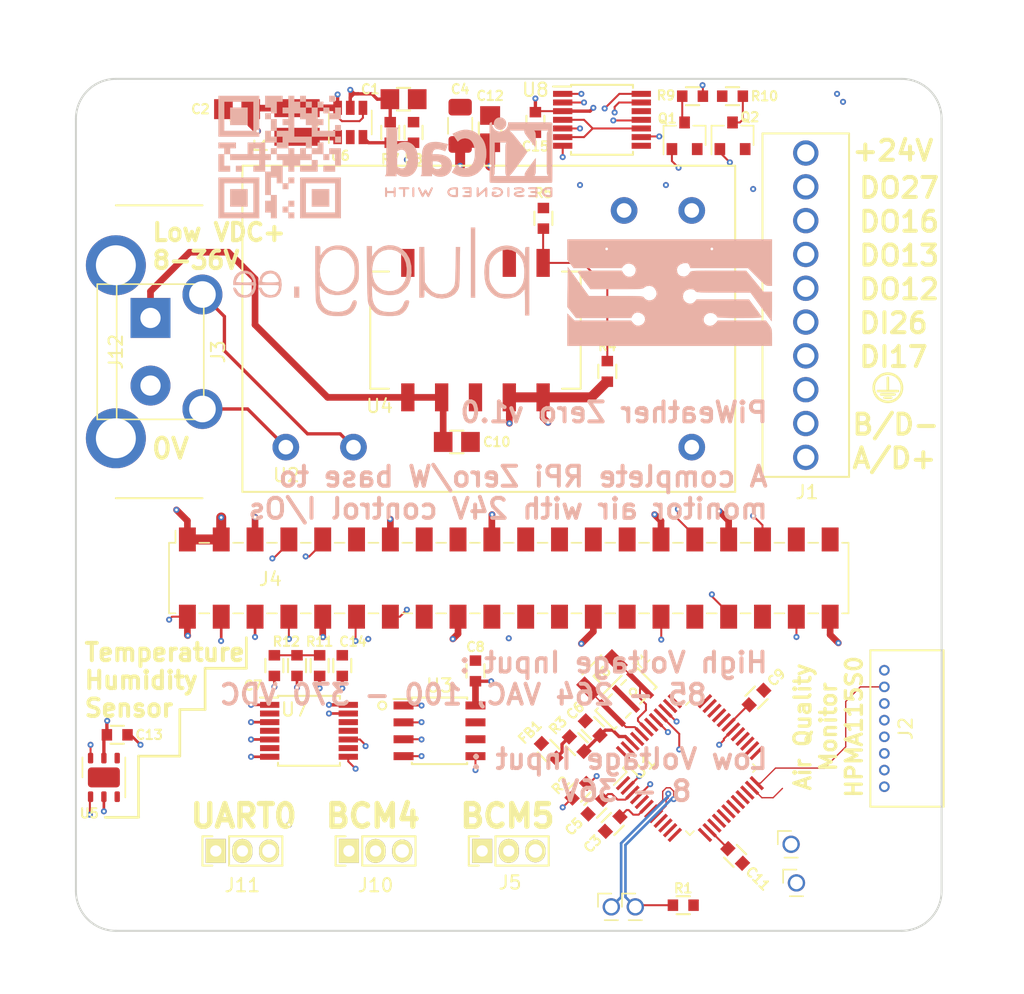
<source format=kicad_pcb>
(kicad_pcb (version 20171130) (host pcbnew 5.0.2-bee76a0~70~ubuntu18.04.1)
  (layers (0 F.Cu signal) (1 In1.Cu signal) (2 In2.Cu signal) (31 B.Cu signal) (34 B.Paste user) (35 F.Paste user) (36 B.SilkS user hide) (37 F.SilkS user) (38 B.Mask user) (39 F.Mask user) (44 Edge.Cuts user))
  (net 0 "")
  (net 1 GND)
  (net 2 /XTIN)
  (net 3 /XTOUT)
  (net 4 /3V3OUT)
  (net 5 +5V)
  (net 6 /AVCC)
  (net 7 /IN_24V)
  (net 8 /P1_3V3)
  (net 9 +3V3)
  (net 10 /P1_RXD_HW_TXD)
  (net 11 /P1_TXD_HW_RXD)
  (net 12 /P0_RXD)
  (net 13 /P0_TXD)
  (net 14 /SCL)
  (net 15 /SDA)
  (net 16 /USBD_P)
  (net 17 /USBD_N)
  (net 18 /AC_L)
  (net 19 /AC_N)
  (net 20 /~RSTOUT)
  (net 21 /EEDATA)
  (net 22 /P_DE)
  (net 23 /P2_R)
  (net 24 /P2_D)
  (net 25 /P2_~RE)
  (net 26 /VCC_FTDI)
  (net 27 +24V)
  (net 28 /SW_BOOST)
  (net 29 /FB_DCDC)
  (net 30 /FB_BOOST)
  (net 31 RS485_A)
  (net 32 RS485_B)
  (net 33 /BCM5_PIN29)
  (net 34 /BCM4_PIN7)
  (net 35 /DI17)
  (net 36 /DI26)
  (net 37 /DO12)
  (net 38 /DO13)
  (net 39 /DO16)
  (net 40 /DO27)
  (net 41 BCM16)
  (net 42 BCM12)
  (net 43 /BCM26_PIN37)
  (net 44 BCM13)
  (net 45 BCM27)
  (net 46 /BCM17_PIN11)
  (net 47 ~BCM17)
  (net 48 ~BCM26)
  (net 49 REF3V3)
  (module Main:RPi_Hat_Mounting_Hole (layer F.Cu) (at 71 88.5)
    (fp_text reference H1 hide)
    (fp_text value MountingHole hide)
    (pad "" np_thru_hole circle (at 0 0) (size 2.75 2.75) (drill 2.75) (layers *.Cu *.Mask) (clearance 1.725))
  )
  (module Main:RPi_Hat_Mounting_Hole (layer F.Cu) (at 71 111.5)
    (fp_text reference H2 hide)
    (fp_text value MountingHole hide)
    (pad "" np_thru_hole circle (at 0 0) (size 2.75 2.75) (drill 2.75) (layers *.Cu *.Mask) (clearance 1.725))
  )
  (module Main:RPi_Hat_Mounting_Hole (layer F.Cu) (at 129 111.5)
    (fp_text reference H3 hide)
    (fp_text value MountingHole hide)
    (pad "" np_thru_hole circle (at 0 0) (size 2.75 2.75) (drill 2.75) (layers *.Cu *.Mask) (clearance 1.725))
  )
  (module Main:RPi_Hat_Mounting_Hole (layer F.Cu) (at 129 88.5)
    (fp_text reference H4 hide)
    (fp_text value MountingHole hide)
    (pad "" np_thru_hole circle (at 0 0) (size 2.75 2.75) (drill 2.75) (layers *.Cu *.Mask) (clearance 1.725))
  )
  (module Main:PICOBLADE_FEMALE_8 (layer F.Cu) (at 128.2 99.8 90)
    (fp_text reference J2 (at 0 1.6 90) (layer F.SilkS))
    (fp_text value Conn_01x08_Male)
    (pad 8 thru_hole circle (at 4.375 0 90) (size 0.8 0.8) (drill 0.5) (layers *.Cu *.Mask) (net 1 GND))
    (pad 7 thru_hole circle (at 3.125 0 90) (size 0.8 0.8) (drill 0.5) (layers *.Cu *.Mask) (net 11 /P1_TXD_HW_RXD))
    (pad 6 thru_hole circle (at 1.875 0 90) (size 0.8 0.8) (drill 0.5) (layers *.Cu *.Mask) (net 10 /P1_RXD_HW_TXD))
    (pad 5 thru_hole circle (at 0.625 0 90) (size 0.8 0.8) (drill 0.5) (layers *.Cu *.Mask))
    (pad 4 thru_hole circle (at -0.625 0 90) (size 0.8 0.8) (drill 0.5) (layers *.Cu *.Mask))
    (pad 3 thru_hole circle (at -1.875 0 90) (size 0.8 0.8) (drill 0.5) (layers *.Cu *.Mask))
    (pad 2 thru_hole circle (at -3.125 0 90) (size 0.8 0.8) (drill 0.5) (layers *.Cu *.Mask) (net 5 +5V))
    (pad 1 thru_hole circle (at -4.375 0 90) (size 0.8 0.8) (drill 0.5) (layers *.Cu *.Mask) (net 8 /P1_3V3))
  )
  (module Main:RPi_2x20_SMT (layer F.Cu) (at 100 88.5)
    (fp_text reference J4 (at -17.9 0.075) (layer F.SilkS))
    (fp_text value Raspberry_Pi_2_3)
    (pad "" np_thru_hole circle (at -22.86 0) (size 1.78 1.78) (drill 1.78) (layers *.Cu *.Mask))
    (pad "" np_thru_hole circle (at 22.86 0) (size 1.78 1.78) (drill 1.78) (layers *.Cu *.Mask))
    (pad "" np_thru_hole circle (at -24.13 -1.27) (size 0.97 0.97) (drill 0.97) (layers *.Cu *.Mask))
    (pad "" np_thru_hole circle (at -24.13 1.27) (size 0.97 0.97) (drill 0.97) (layers *.Cu *.Mask))
    (pad "" np_thru_hole circle (at -21.59 -1.27) (size 0.97 0.97) (drill 0.97) (layers *.Cu *.Mask))
    (pad "" np_thru_hole circle (at -21.59 1.27) (size 0.97 0.97) (drill 0.97) (layers *.Cu *.Mask))
    (pad "" np_thru_hole circle (at -19.05 -1.27) (size 0.97 0.97) (drill 0.97) (layers *.Cu *.Mask))
    (pad "" np_thru_hole circle (at -19.05 1.27) (size 0.97 0.97) (drill 0.97) (layers *.Cu *.Mask))
    (pad "" np_thru_hole circle (at -16.51 -1.27) (size 0.97 0.97) (drill 0.97) (layers *.Cu *.Mask))
    (pad "" np_thru_hole circle (at -16.51 1.27) (size 0.97 0.97) (drill 0.97) (layers *.Cu *.Mask))
    (pad "" np_thru_hole circle (at -13.97 -1.27) (size 0.97 0.97) (drill 0.97) (layers *.Cu *.Mask))
    (pad "" np_thru_hole circle (at -13.97 1.27) (size 0.97 0.97) (drill 0.97) (layers *.Cu *.Mask))
    (pad "" np_thru_hole circle (at -11.43 -1.27) (size 0.97 0.97) (drill 0.97) (layers *.Cu *.Mask))
    (pad "" np_thru_hole circle (at -11.43 1.27) (size 0.97 0.97) (drill 0.97) (layers *.Cu *.Mask))
    (pad "" np_thru_hole circle (at -8.89 -1.27) (size 0.97 0.97) (drill 0.97) (layers *.Cu *.Mask))
    (pad "" np_thru_hole circle (at -8.89 1.27) (size 0.97 0.97) (drill 0.97) (layers *.Cu *.Mask))
    (pad "" np_thru_hole circle (at -6.35 -1.27) (size 0.97 0.97) (drill 0.97) (layers *.Cu *.Mask))
    (pad "" np_thru_hole circle (at -6.35 1.27) (size 0.97 0.97) (drill 0.97) (layers *.Cu *.Mask))
    (pad "" np_thru_hole circle (at -3.81 -1.27) (size 0.97 0.97) (drill 0.97) (layers *.Cu *.Mask))
    (pad "" np_thru_hole circle (at -3.81 1.27) (size 0.97 0.97) (drill 0.97) (layers *.Cu *.Mask))
    (pad "" np_thru_hole circle (at -1.27 -1.27) (size 0.97 0.97) (drill 0.97) (layers *.Cu *.Mask))
    (pad "" np_thru_hole circle (at -1.27 1.27) (size 0.97 0.97) (drill 0.97) (layers *.Cu *.Mask))
    (pad "" np_thru_hole circle (at 1.27 -1.27) (size 0.97 0.97) (drill 0.97) (layers *.Cu *.Mask))
    (pad "" np_thru_hole circle (at 1.27 1.27) (size 0.97 0.97) (drill 0.97) (layers *.Cu *.Mask))
    (pad "" np_thru_hole circle (at 3.81 -1.27) (size 0.97 0.97) (drill 0.97) (layers *.Cu *.Mask))
    (pad "" np_thru_hole circle (at 3.81 1.27) (size 0.97 0.97) (drill 0.97) (layers *.Cu *.Mask))
    (pad "" np_thru_hole circle (at 6.35 -1.27) (size 0.97 0.97) (drill 0.97) (layers *.Cu *.Mask))
    (pad "" np_thru_hole circle (at 6.35 1.27) (size 0.97 0.97) (drill 0.97) (layers *.Cu *.Mask))
    (pad "" np_thru_hole circle (at 8.89 -1.27) (size 0.97 0.97) (drill 0.97) (layers *.Cu *.Mask))
    (pad "" np_thru_hole circle (at 8.89 1.27) (size 0.97 0.97) (drill 0.97) (layers *.Cu *.Mask))
    (pad "" np_thru_hole circle (at 11.43 -1.27) (size 0.97 0.97) (drill 0.97) (layers *.Cu *.Mask))
    (pad "" np_thru_hole circle (at 11.43 1.27) (size 0.97 0.97) (drill 0.97) (layers *.Cu *.Mask))
    (pad "" np_thru_hole circle (at 13.97 -1.27) (size 0.97 0.97) (drill 0.97) (layers *.Cu *.Mask))
    (pad "" np_thru_hole circle (at 13.97 1.27) (size 0.97 0.97) (drill 0.97) (layers *.Cu *.Mask))
    (pad "" np_thru_hole circle (at 16.51 -1.27) (size 0.97 0.97) (drill 0.97) (layers *.Cu *.Mask))
    (pad "" np_thru_hole circle (at 16.51 1.27) (size 0.97 0.97) (drill 0.97) (layers *.Cu *.Mask))
    (pad "" np_thru_hole circle (at 19.05 -1.27) (size 0.97 0.97) (drill 0.97) (layers *.Cu *.Mask))
    (pad "" np_thru_hole circle (at 19.05 1.27) (size 0.97 0.97) (drill 0.97) (layers *.Cu *.Mask))
    (pad "" np_thru_hole circle (at 21.59 -1.27) (size 0.97 0.97) (drill 0.97) (layers *.Cu *.Mask))
    (pad "" np_thru_hole circle (at 21.59 1.27) (size 0.97 0.97) (drill 0.97) (layers *.Cu *.Mask))
    (pad "" np_thru_hole circle (at 24.13 -1.27) (size 0.97 0.97) (drill 0.97) (layers *.Cu *.Mask))
    (pad "" np_thru_hole circle (at 24.13 1.27) (size 0.97 0.97) (drill 0.97) (layers *.Cu *.Mask))
    (pad 1 smd rect (at -24.13 2.9) (size 1.27 1.8) (layers F.Cu F.Paste F.Mask) (net 9 +3V3))
    (pad 3 smd rect (at -21.59 2.9) (size 1.27 1.8) (layers F.Cu F.Paste F.Mask) (net 15 /SDA))
    (pad 5 smd rect (at -19.05 2.9) (size 1.27 1.8) (layers F.Cu F.Paste F.Mask) (net 14 /SCL))
    (pad 7 smd rect (at -16.51 2.9) (size 1.27 1.8) (layers F.Cu F.Paste F.Mask) (net 34 /BCM4_PIN7))
    (pad 9 smd rect (at -13.97 2.9) (size 1.27 1.8) (layers F.Cu F.Paste F.Mask) (net 1 GND))
    (pad 11 smd rect (at -11.43 2.9) (size 1.27 1.8) (layers F.Cu F.Paste F.Mask) (net 46 /BCM17_PIN11))
    (pad 13 smd rect (at -8.89 2.9) (size 1.27 1.8) (layers F.Cu F.Paste F.Mask) (net 45 BCM27))
    (pad 15 smd rect (at -6.35 2.9) (size 1.27 1.8) (layers F.Cu F.Paste F.Mask))
    (pad 17 smd rect (at -3.81 2.9) (size 1.27 1.8) (layers F.Cu F.Paste F.Mask) (net 9 +3V3))
    (pad 19 smd rect (at -1.27 2.9) (size 1.27 1.8) (layers F.Cu F.Paste F.Mask))
    (pad 21 smd rect (at 1.27 2.9) (size 1.27 1.8) (layers F.Cu F.Paste F.Mask))
    (pad 23 smd rect (at 3.81 2.9) (size 1.27 1.8) (layers F.Cu F.Paste F.Mask))
    (pad 25 smd rect (at 6.35 2.9) (size 1.27 1.8) (layers F.Cu F.Paste F.Mask) (net 1 GND))
    (pad 27 smd rect (at 8.89 2.9) (size 1.27 1.8) (layers F.Cu F.Paste F.Mask))
    (pad 29 smd rect (at 11.43 2.9) (size 1.27 1.8) (layers F.Cu F.Paste F.Mask) (net 33 /BCM5_PIN29))
    (pad 31 smd rect (at 13.97 2.9) (size 1.27 1.8) (layers F.Cu F.Paste F.Mask))
    (pad 33 smd rect (at 16.51 2.9) (size 1.27 1.8) (layers F.Cu F.Paste F.Mask) (net 44 BCM13))
    (pad 35 smd rect (at 19.05 2.9) (size 1.27 1.8) (layers F.Cu F.Paste F.Mask))
    (pad 37 smd rect (at 21.59 2.9) (size 1.27 1.8) (layers F.Cu F.Paste F.Mask) (net 43 /BCM26_PIN37))
    (pad 39 smd rect (at 24.13 2.9) (size 1.27 1.8) (layers F.Cu F.Paste F.Mask) (net 1 GND))
    (pad 2 smd rect (at -24.13 -2.9) (size 1.27 1.8) (layers F.Cu F.Paste F.Mask) (net 5 +5V))
    (pad 4 smd rect (at -21.59 -2.9) (size 1.27 1.8) (layers F.Cu F.Paste F.Mask) (net 5 +5V))
    (pad 6 smd rect (at -19.05 -2.9) (size 1.27 1.8) (layers F.Cu F.Paste F.Mask) (net 1 GND))
    (pad 8 smd rect (at -16.51 -2.9) (size 1.27 1.8) (layers F.Cu F.Paste F.Mask) (net 13 /P0_TXD))
    (pad 10 smd rect (at -13.97 -2.9) (size 1.27 1.8) (layers F.Cu F.Paste F.Mask) (net 12 /P0_RXD))
    (pad 12 smd rect (at -11.43 -2.9) (size 1.27 1.8) (layers F.Cu F.Paste F.Mask))
    (pad 14 smd rect (at -8.89 -2.9) (size 1.27 1.8) (layers F.Cu F.Paste F.Mask) (net 1 GND))
    (pad 16 smd rect (at -6.35 -2.9) (size 1.27 1.8) (layers F.Cu F.Paste F.Mask))
    (pad 18 smd rect (at -3.81 -2.9) (size 1.27 1.8) (layers F.Cu F.Paste F.Mask))
    (pad 20 smd rect (at -1.27 -2.9) (size 1.27 1.8) (layers F.Cu F.Paste F.Mask) (net 1 GND))
    (pad 22 smd rect (at 1.27 -2.9) (size 1.27 1.8) (layers F.Cu F.Paste F.Mask))
    (pad 24 smd rect (at 3.81 -2.9) (size 1.27 1.8) (layers F.Cu F.Paste F.Mask))
    (pad 26 smd rect (at 6.35 -2.9) (size 1.27 1.8) (layers F.Cu F.Paste F.Mask))
    (pad 28 smd rect (at 8.89 -2.9) (size 1.27 1.8) (layers F.Cu F.Paste F.Mask))
    (pad 30 smd rect (at 11.43 -2.9) (size 1.27 1.8) (layers F.Cu F.Paste F.Mask) (net 1 GND))
    (pad 32 smd rect (at 13.97 -2.9) (size 1.27 1.8) (layers F.Cu F.Paste F.Mask) (net 42 BCM12))
    (pad 34 smd rect (at 16.51 -2.9) (size 1.27 1.8) (layers F.Cu F.Paste F.Mask) (net 1 GND))
    (pad 36 smd rect (at 19.05 -2.9) (size 1.27 1.8) (layers F.Cu F.Paste F.Mask) (net 41 BCM16))
    (pad 38 smd rect (at 21.59 -2.9) (size 1.27 1.8) (layers F.Cu F.Paste F.Mask))
    (pad 40 smd rect (at 24.13 -2.9) (size 1.27 1.8) (layers F.Cu F.Paste F.Mask))
  )
  (module Package_QFP:LQFP-48_7x7mm_P0.5mm (layer F.Cu) (at 113.6 102.775 45)
    (fp_text reference U1 (at -2.404163 -2.545584 45) (layer F.SilkS))
    (fp_text value FT2232D)
    (pad 48 smd rect (at -2.75 -4.35 135) (size 1.3 0.25) (layers F.Cu F.Paste F.Mask))
    (pad 47 smd rect (at -2.25 -4.35 135) (size 1.3 0.25) (layers F.Cu F.Paste F.Mask) (net 1 GND))
    (pad 46 smd rect (at -1.749999 -4.35 135) (size 1.3 0.25) (layers F.Cu F.Paste F.Mask) (net 6 /AVCC))
    (pad 45 smd rect (at -1.25 -4.35 135) (size 1.3 0.25) (layers F.Cu F.Paste F.Mask) (net 1 GND))
    (pad 44 smd rect (at -0.750001 -4.35 135) (size 1.3 0.25) (layers F.Cu F.Paste F.Mask) (net 3 /XTOUT))
    (pad 43 smd rect (at -0.25 -4.35 135) (size 1.3 0.25) (layers F.Cu F.Paste F.Mask) (net 2 /XTIN))
    (pad 42 smd rect (at 0.25 -4.35 135) (size 1.3 0.25) (layers F.Cu F.Paste F.Mask) (net 26 /VCC_FTDI))
    (pad 41 smd rect (at 0.750001 -4.35 135) (size 1.3 0.25) (layers F.Cu F.Paste F.Mask) (net 25 /P2_~RE))
    (pad 40 smd rect (at 1.25 -4.35 135) (size 1.3 0.25) (layers F.Cu F.Paste F.Mask) (net 24 /P2_D))
    (pad 39 smd rect (at 1.749999 -4.35 135) (size 1.3 0.25) (layers F.Cu F.Paste F.Mask) (net 23 /P2_R))
    (pad 38 smd rect (at 2.25 -4.35 135) (size 1.3 0.25) (layers F.Cu F.Paste F.Mask))
    (pad 37 smd rect (at 2.75 -4.35 135) (size 1.3 0.25) (layers F.Cu F.Paste F.Mask))
    (pad 36 smd rect (at 4.35 -2.75 45) (size 1.3 0.25) (layers F.Cu F.Paste F.Mask))
    (pad 35 smd rect (at 4.35 -2.25 45) (size 1.3 0.25) (layers F.Cu F.Paste F.Mask))
    (pad 34 smd rect (at 4.35 -1.749999 45) (size 1.3 0.25) (layers F.Cu F.Paste F.Mask) (net 1 GND))
    (pad 33 smd rect (at 4.35 -1.25 45) (size 1.3 0.25) (layers F.Cu F.Paste F.Mask))
    (pad 32 smd rect (at 4.35 -0.750001 45) (size 1.3 0.25) (layers F.Cu F.Paste F.Mask))
    (pad 31 smd rect (at 4.35 -0.25 45) (size 1.3 0.25) (layers F.Cu F.Paste F.Mask) (net 5 +5V))
    (pad 30 smd rect (at 4.35 0.25 45) (size 1.3 0.25) (layers F.Cu F.Paste F.Mask) (net 22 /P_DE))
    (pad 29 smd rect (at 4.35 0.750001 45) (size 1.3 0.25) (layers F.Cu F.Paste F.Mask))
    (pad 28 smd rect (at 4.35 1.25 45) (size 1.3 0.25) (layers F.Cu F.Paste F.Mask))
    (pad 27 smd rect (at 4.35 1.749999 45) (size 1.3 0.25) (layers F.Cu F.Paste F.Mask))
    (pad 26 smd rect (at 4.35 2.25 45) (size 1.3 0.25) (layers F.Cu F.Paste F.Mask))
    (pad 25 smd rect (at 4.35 2.75 45) (size 1.3 0.25) (layers F.Cu F.Paste F.Mask) (net 1 GND))
    (pad 24 smd rect (at 2.75 4.35 135) (size 1.3 0.25) (layers F.Cu F.Paste F.Mask) (net 11 /P1_TXD_HW_RXD))
    (pad 23 smd rect (at 2.25 4.35 135) (size 1.3 0.25) (layers F.Cu F.Paste F.Mask) (net 10 /P1_RXD_HW_TXD))
    (pad 22 smd rect (at 1.749999 4.35 135) (size 1.3 0.25) (layers F.Cu F.Paste F.Mask))
    (pad 21 smd rect (at 1.25 4.35 135) (size 1.3 0.25) (layers F.Cu F.Paste F.Mask))
    (pad 20 smd rect (at 0.750001 4.35 135) (size 1.3 0.25) (layers F.Cu F.Paste F.Mask))
    (pad 19 smd rect (at 0.25 4.35 135) (size 1.3 0.25) (layers F.Cu F.Paste F.Mask))
    (pad 18 smd rect (at -0.25 4.35 135) (size 1.3 0.25) (layers F.Cu F.Paste F.Mask) (net 1 GND))
    (pad 17 smd rect (at -0.750001 4.35 135) (size 1.3 0.25) (layers F.Cu F.Paste F.Mask))
    (pad 16 smd rect (at -1.25 4.35 135) (size 1.3 0.25) (layers F.Cu F.Paste F.Mask))
    (pad 15 smd rect (at -1.749999 4.35 135) (size 1.3 0.25) (layers F.Cu F.Paste F.Mask))
    (pad 14 smd rect (at -2.25 4.35 135) (size 1.3 0.25) (layers F.Cu F.Paste F.Mask) (net 8 /P1_3V3))
    (pad 13 smd rect (at -2.75 4.35 135) (size 1.3 0.25) (layers F.Cu F.Paste F.Mask))
    (pad 12 smd rect (at -4.35 2.75 45) (size 1.3 0.25) (layers F.Cu F.Paste F.Mask))
    (pad 11 smd rect (at -4.35 2.25 45) (size 1.3 0.25) (layers F.Cu F.Paste F.Mask))
    (pad 10 smd rect (at -4.35 1.749999 45) (size 1.3 0.25) (layers F.Cu F.Paste F.Mask))
    (pad 9 smd rect (at -4.35 1.25 45) (size 1.3 0.25) (layers F.Cu F.Paste F.Mask) (net 1 GND))
    (pad 8 smd rect (at -4.35 0.750001 45) (size 1.3 0.25) (layers F.Cu F.Paste F.Mask) (net 17 /USBD_N))
    (pad 7 smd rect (at -4.35 0.25 45) (size 1.3 0.25) (layers F.Cu F.Paste F.Mask) (net 16 /USBD_P))
    (pad 6 smd rect (at -4.35 -0.25 45) (size 1.3 0.25) (layers F.Cu F.Paste F.Mask) (net 4 /3V3OUT))
    (pad 5 smd rect (at -4.35 -0.750001 45) (size 1.3 0.25) (layers F.Cu F.Paste F.Mask) (net 20 /~RSTOUT))
    (pad 4 smd rect (at -4.35 -1.25 45) (size 1.3 0.25) (layers F.Cu F.Paste F.Mask) (net 5 +5V))
    (pad 3 smd rect (at -4.35 -1.749999 45) (size 1.3 0.25) (layers F.Cu F.Paste F.Mask) (net 26 /VCC_FTDI))
    (pad 2 smd rect (at -4.35 -2.25 45) (size 1.3 0.25) (layers F.Cu F.Paste F.Mask) (net 21 /EEDATA))
    (pad 1 smd rect (at -4.35 -2.75 45) (size 1.3 0.25) (layers F.Cu F.Paste F.Mask))
  )
  (module Main:PSK-S5B-5 (layer F.Cu) (at 98.5 69.775)
    (fp_text reference U2 (at -15.2 11) (layer F.SilkS))
    (fp_text value PSK-S5B-5)
    (pad 16 thru_hole circle (at 10.16 -8.89) (size 2 2) (drill 1.1) (layers *.Cu *.Mask) (net 5 +5V))
    (pad 14 thru_hole circle (at 15.24 -8.89) (size 2 2) (drill 1.1) (layers *.Cu *.Mask) (net 1 GND))
    (pad 13 thru_hole circle (at 15.24 8.89) (size 2 2) (drill 1.1) (layers *.Cu *.Mask))
    (pad 3 thru_hole circle (at -10.16 8.89) (size 2 2) (drill 1.1) (layers *.Cu *.Mask) (net 19 /AC_N))
    (pad 1 thru_hole circle (at -15.24 8.89) (size 2 2) (drill 1.1) (layers *.Cu *.Mask) (net 18 /AC_L))
  )
  (module Main:SOIC127P490X390X175-8 (layer F.Cu) (at 94.8 99.975)
    (fp_text reference U3 (at 0 -3.4) (layer F.SilkS))
    (fp_text value THVD1500 hide)
    (pad 8 smd rect (at 2.7 -1.905) (size 1.5 0.6) (layers F.Cu F.Paste F.Mask) (net 5 +5V))
    (pad 7 smd rect (at 2.7 -0.635) (size 1.5 0.6) (layers F.Cu F.Paste F.Mask) (net 32 RS485_B))
    (pad 6 smd rect (at 2.7 0.635) (size 1.5 0.6) (layers F.Cu F.Paste F.Mask) (net 31 RS485_A))
    (pad 5 smd rect (at 2.7 1.905) (size 1.5 0.6) (layers F.Cu F.Paste F.Mask) (net 1 GND))
    (pad 4 smd rect (at -2.7 1.905) (size 1.5 0.6) (layers F.Cu F.Paste F.Mask) (net 24 /P2_D))
    (pad 3 smd rect (at -2.7 0.635) (size 1.5 0.6) (layers F.Cu F.Paste F.Mask) (net 22 /P_DE))
    (pad 2 smd rect (at -2.7 -0.635) (size 1.5 0.6) (layers F.Cu F.Paste F.Mask) (net 25 /P2_~RE))
    (pad 1 smd rect (at -2.7 -1.905) (size 1.5 0.6) (layers F.Cu F.Paste F.Mask) (net 23 /P2_R))
  )
  (module Main:RPi_Hat_Mounting_Hole (layer F.Cu) (at 71 54.5)
    (fp_text reference H6 hide)
    (fp_text value MountingHole hide)
    (pad "" np_thru_hole circle (at 0 0) (size 2.75 2.75) (drill 2.75) (layers *.Cu *.Mask) (clearance 1.725))
  )
  (module Main:V78E05-1000-SMT-TR (layer F.Cu) (at 97.5 69.875)
    (fp_text reference U4 (at -7.2 5.7) (layer F.SilkS))
    (fp_text value V78E05-1000-SMT-TR)
    (pad 10 smd rect (at -5.08 -5.05) (size 1 2.1) (layers F.Cu F.Paste F.Mask))
    (pad 7 smd rect (at 2.54 -5.05) (size 1 2.1) (layers F.Cu F.Paste F.Mask) (net 1 GND))
    (pad 6 smd rect (at 5.08 -5.05) (size 1 2.1) (layers F.Cu F.Paste F.Mask) (net 29 /FB_DCDC))
    (pad 5 smd rect (at 5.08 5.05) (size 1 2.1) (layers F.Cu F.Paste F.Mask) (net 5 +5V))
    (pad 4 smd rect (at 2.54 5.05) (size 1 2.1) (layers F.Cu F.Paste F.Mask) (net 5 +5V))
    (pad 3 smd rect (at 0 5.05) (size 1 2.1) (layers F.Cu F.Paste F.Mask) (net 1 GND))
    (pad 2 smd rect (at -2.54 5.05) (size 1 2.1) (layers F.Cu F.Paste F.Mask) (net 7 /IN_24V))
    (pad 1 smd rect (at -5.08 5.05) (size 1 2.1) (layers F.Cu F.Paste F.Mask) (net 7 /IN_24V))
  )
  (module Package_DFN_QFN:DFN-6-1EP_3x3mm_P1mm_EP1.5x2.4mm (layer F.Cu) (at 69.6 103.475 90)
    (fp_text reference U5 (at -2.7 -1.1 180) (layer F.SilkS) (effects (font (size 0.7 0.7))))
    (fp_text value Si7020-A20)
    (pad 6 smd roundrect (at 1.45 -1 90) (size 0.8 0.4) (layers F.Cu F.Paste F.Mask) (net 14 /SCL))
    (pad 5 smd roundrect (at 1.45 0 90) (size 0.8 0.4) (layers F.Cu F.Paste F.Mask) (net 9 +3V3))
    (pad 4 smd roundrect (at 1.45 1 90) (size 0.8 0.4) (layers F.Cu F.Paste F.Mask))
    (pad 3 smd roundrect (at -1.45 1 90) (size 0.8 0.4) (layers F.Cu F.Paste F.Mask))
    (pad 2 smd roundrect (at -1.45 0 90) (size 0.8 0.4) (layers F.Cu F.Paste F.Mask) (net 1 GND))
    (pad 1 smd roundrect (at -1.45 -1 90) (size 0.8 0.4) (layers F.Cu F.Paste F.Mask) (net 15 /SDA))
    (pad 7 smd roundrect (at 0 0 90) (size 1.5 2.4) (layers F.Cu F.Mask) (roundrect_rratio 0.166667) (net 1 GND))
  )
  (module Main:Terminal_block_OSTVN10A150 (layer F.Cu) (at 122.3 68 90)
    (fp_text reference J1 (at -14.051 0.096 180) (layer F.SilkS))
    (fp_text value Screw_Terminal_01x10)
    (pad 10 thru_hole circle (at 11.43 0 90) (size 1.9 1.9) (drill 1.3) (layers *.Cu *.Mask) (net 27 +24V))
    (pad 9 thru_hole circle (at 8.89 0 90) (size 1.9 1.9) (drill 1.3) (layers *.Cu *.Mask) (net 40 /DO27))
    (pad 8 thru_hole circle (at 6.35 0 90) (size 1.9 1.9) (drill 1.3) (layers *.Cu *.Mask) (net 39 /DO16))
    (pad 7 thru_hole circle (at 3.81 0 90) (size 1.9 1.9) (drill 1.3) (layers *.Cu *.Mask) (net 38 /DO13))
    (pad 6 thru_hole circle (at 1.27 0 90) (size 1.9 1.9) (drill 1.3) (layers *.Cu *.Mask) (net 37 /DO12))
    (pad 5 thru_hole circle (at -1.27 0 90) (size 1.9 1.9) (drill 1.3) (layers *.Cu *.Mask) (net 36 /DI26))
    (pad 4 thru_hole circle (at -3.81 0 90) (size 1.9 1.9) (drill 1.3) (layers *.Cu *.Mask) (net 35 /DI17))
    (pad 3 thru_hole circle (at -6.35 0 90) (size 1.9 1.9) (drill 1.3) (layers *.Cu *.Mask) (net 1 GND))
    (pad 2 thru_hole circle (at -8.89 0 90) (size 1.9 1.9) (drill 1.3) (layers *.Cu *.Mask) (net 32 RS485_B))
    (pad 1 thru_hole circle (at -11.43 0 90) (size 1.9 1.9) (drill 1.3) (layers *.Cu *.Mask) (net 31 RS485_A))
  )
  (module Main:AC_terminal_4300.0104 (layer F.Cu) (at 70.5 71.5 90)
    (fp_text reference J12 (at 0 0 90) (layer F.SilkS))
    (fp_text value Conn_01x02_Male)
    (pad 2 thru_hole circle (at 4.3 6.5 90) (size 3 3) (drill 2) (layers *.Cu *.Mask) (net 19 /AC_N))
    (pad 1 thru_hole circle (at -4.3 6.5 90) (size 3 3) (drill 2) (layers *.Cu *.Mask) (net 18 /AC_L))
    (pad "" np_thru_hole circle (at 6.5 0 90) (size 4.5 4.5) (drill 3) (layers *.Cu *.Mask))
    (pad "" np_thru_hole circle (at -6.5 0 90) (size 4.5 4.5) (drill 3) (layers *.Cu *.Mask))
  )
  (module Main:TerminalBlock_1X2_P5.08mm (layer F.Cu) (at 73.1 68.96 270)
    (fp_text reference J3 (at 2.54 -5.08 270) (layer F.SilkS))
    (fp_text value Screw_Terminal_01x02)
    (pad 1 thru_hole rect (at 0 0 270) (size 3 3) (drill 1.52) (layers *.Cu *.Mask) (net 7 /IN_24V))
    (pad 2 thru_hole circle (at 5.08 0 270) (size 3 3) (drill 1.52) (layers *.Cu *.Mask) (net 1 GND))
  )
  (module Main:POGOPIN_5mm_P70-2300045R (layer F.Cu) (at 121.6 111.4)
    (fp_text reference J6 hide)
    (fp_text value Conn_01x01_Male)
    (pad 1 thru_hole circle (at 0 0) (size 1.3 1.3) (drill 0.95) (layers *.Cu *.Mask) (net 5 +5V))
  )
  (module Main:POGOPIN_5mm_P70-2300045R (layer F.Cu) (at 121.2 108.5)
    (fp_text reference J7 hide)
    (fp_text value Conn_01x01_Male)
    (pad 1 thru_hole circle (at 0 0) (size 1.3 1.3) (drill 0.95) (layers *.Cu *.Mask) (net 1 GND))
  )
  (module Main:POGOPIN_5mm_P70-2300045R (layer F.Cu) (at 109.5 113.2)
    (fp_text reference J8 hide)
    (fp_text value Conn_01x01_Male)
    (pad 1 thru_hole circle (at 0 0) (size 1.3 1.3) (drill 0.95) (layers *.Cu *.Mask) (net 16 /USBD_P))
  )
  (module Main:POGOPIN_5mm_P70-2300045R (layer F.Cu) (at 107.7 113.2)
    (fp_text reference J9 hide)
    (fp_text value Conn_01x01_Male)
    (pad 1 thru_hole circle (at 0 0) (size 1.3 1.3) (drill 0.95) (layers *.Cu *.Mask) (net 17 /USBD_N))
  )
  (module Main:CAPC0603 (layer F.Cu) (at 107.8 106.975 225)
    (fp_text reference C3 (at 2.12132 0 225) (layer F.SilkS) (effects (font (size 0.7 0.7))))
    (fp_text value CC0603KRX7R9BB333)
    (pad 2 smd rect (at 0.7745 0 225) (size 0.787 0.864) (layers F.Cu F.Paste F.Mask) (net 1 GND))
    (pad 1 smd rect (at -0.7745 0 225) (size 0.787 0.864) (layers F.Cu F.Paste F.Mask) (net 4 /3V3OUT))
  )
  (module Capacitor_SMD:C_1206_3216Metric (layer F.Cu) (at 96.35 54.525 90)
    (fp_text reference C4 (at 2.75 0 180) (layer F.SilkS) (effects (font (size 0.7 0.7))))
    (fp_text value CP)
    (pad 2 smd roundrect (at 1.4 0 90) (size 1.25 1.75) (layers F.Cu F.Paste F.Mask) (roundrect_rratio 0.2) (net 1 GND))
    (pad 1 smd roundrect (at -1.4 0 90) (size 1.25 1.75) (layers F.Cu F.Paste F.Mask) (roundrect_rratio 0.2) (net 5 +5V))
  )
  (module Main:CAPC0603 (layer F.Cu) (at 106.5 105.675 225)
    (fp_text reference C5 (at 2.192031 0.070711 225) (layer F.SilkS) (effects (font (size 0.7 0.7))))
    (fp_text value CC0603KRX7R9BB104)
    (pad 2 smd rect (at 0.7745 0 225) (size 0.787 0.864) (layers F.Cu F.Paste F.Mask) (net 1 GND))
    (pad 1 smd rect (at -0.7745 0 225) (size 0.787 0.864) (layers F.Cu F.Paste F.Mask) (net 26 /VCC_FTDI))
  )
  (module Main:CAPC0603 (layer F.Cu) (at 106.3 99.775 135)
    (fp_text reference C6 (at 1.838478 0 225) (layer F.SilkS) (effects (font (size 0.7 0.7))))
    (fp_text value CC0603KRX7R9BB104)
    (pad 2 smd rect (at 0.7745 0 135) (size 0.787 0.864) (layers F.Cu F.Paste F.Mask) (net 1 GND))
    (pad 1 smd rect (at -0.7745 0 135) (size 0.787 0.864) (layers F.Cu F.Paste F.Mask) (net 6 /AVCC))
  )
  (module Main:CAPC0603 (layer F.Cu) (at 97.5 95.475 90)
    (fp_text reference C8 (at 1.8 0 180) (layer F.SilkS) (effects (font (size 0.7 0.7))))
    (fp_text value CC0603KRX7R9BB104)
    (pad 2 smd rect (at 0.7745 0 90) (size 0.787 0.864) (layers F.Cu F.Paste F.Mask) (net 1 GND))
    (pad 1 smd rect (at -0.7745 0 90) (size 0.787 0.864) (layers F.Cu F.Paste F.Mask) (net 5 +5V))
  )
  (module Main:CAPC0603 (layer F.Cu) (at 118.6 97.475 225)
    (fp_text reference C9 (at -2.12132 0 225) (layer F.SilkS) (effects (font (size 0.7 0.7))))
    (fp_text value CC0603KRX7R9BB104)
    (pad 2 smd rect (at 0.7745 0 225) (size 0.787 0.864) (layers F.Cu F.Paste F.Mask) (net 5 +5V))
    (pad 1 smd rect (at -0.7745 0 225) (size 0.787 0.864) (layers F.Cu F.Paste F.Mask) (net 1 GND))
  )
  (module Main:CAPC0805 (layer F.Cu) (at 96.1 78.275)
    (fp_text reference C10 (at 3 0) (layer F.SilkS) (effects (font (size 0.7 0.7))))
    (fp_text value GRM21BR60J476ME15K hide)
    (pad 2 smd rect (at 1.025 0) (size 1.4 1.5) (layers F.Cu F.Paste F.Mask) (net 1 GND))
    (pad 1 smd rect (at -1.025 0) (size 1.4 1.5) (layers F.Cu F.Paste F.Mask) (net 7 /IN_24V))
  )
  (module Main:CAPC0603 (layer F.Cu) (at 117 109.375 315)
    (fp_text reference C11 (at 2.404163 0 315) (layer F.SilkS) (effects (font (size 0.7 0.7))))
    (fp_text value CC0603KRX7R9BB104)
    (pad 2 smd rect (at 0.7745 0 315) (size 0.787 0.864) (layers F.Cu F.Paste F.Mask) (net 1 GND))
    (pad 1 smd rect (at -0.7745 0 315) (size 0.787 0.864) (layers F.Cu F.Paste F.Mask) (net 8 /P1_3V3))
  )
  (module Main:CAPC0805 (layer F.Cu) (at 98.6 54.775 90)
    (fp_text reference C12 (at 2.5 0 180) (layer F.SilkS) (effects (font (size 0.7 0.7))))
    (fp_text value GRM21BR60J476ME15K hide)
    (pad 2 smd rect (at 1.025 0 90) (size 1.4 1.5) (layers F.Cu F.Paste F.Mask) (net 1 GND))
    (pad 1 smd rect (at -1.025 0 90) (size 1.4 1.5) (layers F.Cu F.Paste F.Mask) (net 5 +5V))
  )
  (module Main:CAPC0603 (layer F.Cu) (at 70.6 100.275 180)
    (fp_text reference C13 (at -2.4 0) (layer F.SilkS) (effects (font (size 0.7 0.7))))
    (fp_text value CC0603KRX7R9BB104)
    (pad 2 smd rect (at 0.7745 0 180) (size 0.787 0.864) (layers F.Cu F.Paste F.Mask) (net 9 +3V3))
    (pad 1 smd rect (at -0.7745 0 180) (size 0.787 0.864) (layers F.Cu F.Paste F.Mask) (net 1 GND))
  )
  (module Main:CAPC0603 (layer F.Cu) (at 103 101.475 315)
    (fp_text reference FB1 (at -1.979899 0 45) (layer F.SilkS) (effects (font (size 0.7 0.7))))
    (fp_text value Ferrite_Bead_Small)
    (pad 2 smd rect (at 0.7745 0 315) (size 0.787 0.864) (layers F.Cu F.Paste F.Mask) (net 26 /VCC_FTDI))
    (pad 1 smd rect (at -0.7745 0 315) (size 0.787 0.864) (layers F.Cu F.Paste F.Mask) (net 5 +5V))
  )
  (module Main:RESC0603 (layer F.Cu) (at 113.1 113.075)
    (fp_text reference R1 (at 0 -1.27) (layer F.SilkS) (effects (font (size 0.7 0.7))))
    (fp_text value RC0603FR-071K5L)
    (pad 2 smd rect (at 0.7745 0) (size 0.787 0.864) (layers F.Cu F.Paste F.Mask) (net 20 /~RSTOUT))
    (pad 1 smd rect (at -0.7745 0) (size 0.787 0.864) (layers F.Cu F.Paste F.Mask) (net 16 /USBD_P))
  )
  (module Main:RESC0603 (layer F.Cu) (at 105.3 104.475 225)
    (fp_text reference R2 (at 0.707107 1.272792 225) (layer F.SilkS) (effects (font (size 0.7 0.7))))
    (fp_text value RC0603FR-0710KL)
    (pad 2 smd rect (at 0.7745 0 225) (size 0.787 0.864) (layers F.Cu F.Paste F.Mask) (net 5 +5V))
    (pad 1 smd rect (at -0.7745 0 225) (size 0.787 0.864) (layers F.Cu F.Paste F.Mask) (net 21 /EEDATA))
  )
  (module Main:RESC0603 (layer F.Cu) (at 105.1 100.975 315)
    (fp_text reference R3 (at -1.979899 0 45) (layer F.SilkS) (effects (font (size 0.7 0.7))))
    (fp_text value RC0603FR-07475RL)
    (pad 2 smd rect (at 0.7745 0 315) (size 0.787 0.864) (layers F.Cu F.Paste F.Mask) (net 6 /AVCC))
    (pad 1 smd rect (at -0.7745 0 315) (size 0.787 0.864) (layers F.Cu F.Paste F.Mask) (net 26 /VCC_FTDI))
  )
  (module Main:RESC0603 (layer F.Cu) (at 107.4 72.975 90)
    (fp_text reference R4 (at 1.9 0 180) (layer F.SilkS) (effects (font (size 0.7 0.7))))
    (fp_text value RC0603FR-0710KL)
    (pad 2 smd rect (at 0.7745 0 90) (size 0.787 0.864) (layers F.Cu F.Paste F.Mask) (net 29 /FB_DCDC))
    (pad 1 smd rect (at -0.7745 0 90) (size 0.787 0.864) (layers F.Cu F.Paste F.Mask) (net 5 +5V))
  )
  (module Main:RESC0603 (layer F.Cu) (at 102.6 61.475 90)
    (fp_text reference R5 (at 1.9 0 180) (layer F.SilkS) (effects (font (size 0.7 0.7))))
    (fp_text value RC0603FR-0710KL)
    (pad 2 smd rect (at 0.7745 0 90) (size 0.787 0.864) (layers F.Cu F.Paste F.Mask) (net 1 GND))
    (pad 1 smd rect (at -0.7745 0 90) (size 0.787 0.864) (layers F.Cu F.Paste F.Mask) (net 29 /FB_DCDC))
  )
  (module Main:RESONTATOR_450X200 (layer F.Cu) (at 108.8 97.575 45)
    (fp_text reference Y1 (at 2.828427 -1.131371 45) (layer F.SilkS) (effects (font (size 0.7 0.7) (thickness 0.1))))
    (fp_text value Resonator)
    (pad 3 smd rect (at -1.5 0 45) (size 0.4 2.6) (layers F.Cu F.Paste F.Mask) (net 3 /XTOUT))
    (pad 2 smd rect (at 0 0 45) (size 0.4 2.6) (layers F.Cu F.Paste F.Mask) (net 1 GND))
    (pad 1 smd rect (at 1.5 0 45) (size 0.4 2.6) (layers F.Cu F.Paste F.Mask) (net 2 /XTIN))
  )
  (module Main:CAPC0805 (layer F.Cu) (at 92.1 52.525)
    (fp_text reference C1 (at -2.5 -0.75) (layer F.SilkS) (effects (font (size 0.7 0.7))))
    (fp_text value GRM21BR60J476ME15K hide)
    (pad 2 smd rect (at 1.025 0) (size 1.4 1.5) (layers F.Cu F.Paste F.Mask) (net 1 GND))
    (pad 1 smd rect (at -1.025 0) (size 1.4 1.5) (layers F.Cu F.Paste F.Mask) (net 27 +24V))
  )
  (module Inductor_SMD:L_Wuerth_MAPI-3020 (layer F.Cu) (at 84.1 54.275 270)
    (fp_text reference L1 (at 1.75 2.75) (layer F.SilkS) (effects (font (size 0.7 0.7))))
    (fp_text value L)
    (pad 2 smd rect (at 1.075 0 270) (size 1.35 3.4) (layers F.Cu F.Paste F.Mask) (net 28 /SW_BOOST))
    (pad 1 smd rect (at -1.075 0 270) (size 1.35 3.4) (layers F.Cu F.Paste F.Mask) (net 5 +5V))
  )
  (module Main:RESC0603 (layer F.Cu) (at 91.1 55.025 270)
    (fp_text reference R7 (at 2 0) (layer F.SilkS) (effects (font (size 0.7 0.7))))
    (fp_text value RC0603FR-071ML)
    (pad 2 smd rect (at 0.7745 0 270) (size 0.787 0.864) (layers F.Cu F.Paste F.Mask) (net 30 /FB_BOOST))
    (pad 1 smd rect (at -0.7745 0 270) (size 0.787 0.864) (layers F.Cu F.Paste F.Mask) (net 27 +24V))
  )
  (module Main:RESC0603 (layer F.Cu) (at 92.85 55.025 90)
    (fp_text reference R8 (at -2 0 180) (layer F.SilkS) (effects (font (size 0.7 0.7))))
    (fp_text value RC0603FR-0734KL)
    (pad 2 smd rect (at 0.7745 0 90) (size 0.787 0.864) (layers F.Cu F.Paste F.Mask) (net 1 GND))
    (pad 1 smd rect (at -0.7745 0 90) (size 0.787 0.864) (layers F.Cu F.Paste F.Mask) (net 30 /FB_BOOST))
  )
  (module Package_TO_SOT_SMD:SOT-23-6 (layer F.Cu) (at 88.1 54.275 90)
    (fp_text reference U6 (at -2.5 -0.75 180) (layer F.SilkS) (effects (font (size 0.7 0.7))))
    (fp_text value TLV61046ADB)
    (pad 5 smd rect (at 1.1 0 90) (size 1.06 0.65) (layers F.Cu F.Paste F.Mask) (net 27 +24V))
    (pad 6 smd rect (at 1.1 -0.95 90) (size 1.06 0.65) (layers F.Cu F.Paste F.Mask) (net 5 +5V))
    (pad 4 smd rect (at 1.1 0.95 90) (size 1.06 0.65) (layers F.Cu F.Paste F.Mask) (net 5 +5V))
    (pad 3 smd rect (at -1.1 0.95 90) (size 1.06 0.65) (layers F.Cu F.Paste F.Mask) (net 30 /FB_BOOST))
    (pad 2 smd rect (at -1.1 0 90) (size 1.06 0.65) (layers F.Cu F.Paste F.Mask) (net 1 GND))
    (pad 1 smd rect (at -1.1 -0.95 90) (size 1.06 0.65) (layers F.Cu F.Paste F.Mask) (net 28 /SW_BOOST))
  )
  (module Main:CAPC0805 (layer F.Cu) (at 79.6 53.275 180)
    (fp_text reference C2 (at 2.75 0 180) (layer F.SilkS) (effects (font (size 0.7 0.7))))
    (fp_text value GRM21BR60J476ME15K hide)
    (pad 2 smd rect (at 1.025 0 180) (size 1.4 1.5) (layers F.Cu F.Paste F.Mask) (net 1 GND))
    (pad 1 smd rect (at -1.025 0 180) (size 1.4 1.5) (layers F.Cu F.Paste F.Mask) (net 5 +5V))
  )
  (module Package_SO:TSSOP-14_4.4x5mm_P0.65mm (layer F.Cu) (at 85 99.975)
    (fp_text reference U7 (at -1.1 -1.6) (layer F.SilkS))
    (fp_text value 74HC14)
    (pad 14 smd rect (at 2.95 -1.95) (size 1.45 0.45) (layers F.Cu F.Paste F.Mask) (net 9 +3V3))
    (pad 13 smd rect (at 2.95 -1.3) (size 1.45 0.45) (layers F.Cu F.Paste F.Mask) (net 1 GND))
    (pad 12 smd rect (at 2.95 -0.65) (size 1.45 0.45) (layers F.Cu F.Paste F.Mask))
    (pad 11 smd rect (at 2.95 0) (size 1.45 0.45) (layers F.Cu F.Paste F.Mask) (net 48 ~BCM26))
    (pad 10 smd rect (at 2.95 0.65) (size 1.45 0.45) (layers F.Cu F.Paste F.Mask) (net 43 /BCM26_PIN37))
    (pad 9 smd rect (at 2.95 1.3) (size 1.45 0.45) (layers F.Cu F.Paste F.Mask) (net 47 ~BCM17))
    (pad 8 smd rect (at 2.95 1.95) (size 1.45 0.45) (layers F.Cu F.Paste F.Mask) (net 46 /BCM17_PIN11))
    (pad 7 smd rect (at -2.95 1.95) (size 1.45 0.45) (layers F.Cu F.Paste F.Mask) (net 1 GND))
    (pad 6 smd rect (at -2.95 1.3) (size 1.45 0.45) (layers F.Cu F.Paste F.Mask))
    (pad 5 smd rect (at -2.95 0.65) (size 1.45 0.45) (layers F.Cu F.Paste F.Mask) (net 1 GND))
    (pad 4 smd rect (at -2.95 0) (size 1.45 0.45) (layers F.Cu F.Paste F.Mask))
    (pad 3 smd rect (at -2.95 -0.65) (size 1.45 0.45) (layers F.Cu F.Paste F.Mask) (net 1 GND))
    (pad 2 smd rect (at -2.95 -1.3) (size 1.45 0.45) (layers F.Cu F.Paste F.Mask))
    (pad 1 smd rect (at -2.95 -1.95) (size 1.45 0.45) (layers F.Cu F.Paste F.Mask) (net 1 GND))
  )
  (module Package_TO_SOT_SMD:SOT-23 (layer F.Cu) (at 113.2 55.275 90)
    (fp_text reference Q1 (at 1.3 -1.3 180) (layer F.SilkS) (effects (font (size 0.7 0.7))))
    (fp_text value 2N7002)
    (pad 3 smd rect (at 1 0 90) (size 0.9 0.8) (layers F.Cu F.Paste F.Mask) (net 47 ~BCM17))
    (pad 2 smd rect (at -1 0.95 90) (size 0.9 0.8) (layers F.Cu F.Paste F.Mask) (net 1 GND))
    (pad 1 smd rect (at -1 -0.95 90) (size 0.9 0.8) (layers F.Cu F.Paste F.Mask) (net 35 /DI17))
  )
  (module Package_TO_SOT_SMD:SOT-23 (layer F.Cu) (at 116.8 55.275 90)
    (fp_text reference Q2 (at 1.4 1.3 180) (layer F.SilkS) (effects (font (size 0.7 0.7))))
    (fp_text value 2N7002)
    (pad 3 smd rect (at 1 0 90) (size 0.9 0.8) (layers F.Cu F.Paste F.Mask) (net 48 ~BCM26))
    (pad 2 smd rect (at -1 0.95 90) (size 0.9 0.8) (layers F.Cu F.Paste F.Mask) (net 1 GND))
    (pad 1 smd rect (at -1 -0.95 90) (size 0.9 0.8) (layers F.Cu F.Paste F.Mask) (net 36 /DI26))
  )
  (module Package_SO:TSSOP-14_4.4x5mm_P0.65mm (layer F.Cu) (at 107 54.075)
    (fp_text reference U8 (at -5 -2.25) (layer F.SilkS))
    (fp_text value LM339)
    (pad 14 smd rect (at 2.95 -1.95) (size 1.45 0.45) (layers F.Cu F.Paste F.Mask) (net 39 /DO16))
    (pad 13 smd rect (at 2.95 -1.3) (size 1.45 0.45) (layers F.Cu F.Paste F.Mask) (net 38 /DO13))
    (pad 12 smd rect (at 2.95 -0.65) (size 1.45 0.45) (layers F.Cu F.Paste F.Mask) (net 1 GND))
    (pad 11 smd rect (at 2.95 0) (size 1.45 0.45) (layers F.Cu F.Paste F.Mask) (net 44 BCM13))
    (pad 10 smd rect (at 2.95 0.65) (size 1.45 0.45) (layers F.Cu F.Paste F.Mask) (net 49 REF3V3))
    (pad 9 smd rect (at 2.95 1.3) (size 1.45 0.45) (layers F.Cu F.Paste F.Mask) (net 41 BCM16))
    (pad 8 smd rect (at 2.95 1.95) (size 1.45 0.45) (layers F.Cu F.Paste F.Mask) (net 49 REF3V3))
    (pad 7 smd rect (at -2.95 1.95) (size 1.45 0.45) (layers F.Cu F.Paste F.Mask) (net 45 BCM27))
    (pad 6 smd rect (at -2.95 1.3) (size 1.45 0.45) (layers F.Cu F.Paste F.Mask) (net 49 REF3V3))
    (pad 5 smd rect (at -2.95 0.65) (size 1.45 0.45) (layers F.Cu F.Paste F.Mask) (net 42 BCM12))
    (pad 4 smd rect (at -2.95 0) (size 1.45 0.45) (layers F.Cu F.Paste F.Mask) (net 49 REF3V3))
    (pad 3 smd rect (at -2.95 -0.65) (size 1.45 0.45) (layers F.Cu F.Paste F.Mask) (net 27 +24V))
    (pad 2 smd rect (at -2.95 -1.3) (size 1.45 0.45) (layers F.Cu F.Paste F.Mask) (net 37 /DO12))
    (pad 1 smd rect (at -2.95 -1.95) (size 1.45 0.45) (layers F.Cu F.Paste F.Mask) (net 40 /DO27))
  )
  (module Main:CAPC0603 (layer F.Cu) (at 87.5 95.075 90)
    (fp_text reference C14 (at 1.8 0.8 180) (layer F.SilkS) (effects (font (size 0.7 0.7))))
    (fp_text value CC0603KRX7R9BB104)
    (pad 2 smd rect (at 0.7745 0 90) (size 0.787 0.864) (layers F.Cu F.Paste F.Mask) (net 1 GND))
    (pad 1 smd rect (at -0.7745 0 90) (size 0.787 0.864) (layers F.Cu F.Paste F.Mask) (net 9 +3V3))
  )
  (module Main:CAPC0603 (layer F.Cu) (at 102 54.275 270)
    (fp_text reference C15 (at 1.8 0) (layer F.SilkS) (effects (font (size 0.7 0.7))))
    (fp_text value CC0603KRX7R9BB104)
    (pad 2 smd rect (at 0.7745 0 270) (size 0.787 0.864) (layers F.Cu F.Paste F.Mask) (net 1 GND))
    (pad 1 smd rect (at -0.7745 0 270) (size 0.787 0.864) (layers F.Cu F.Paste F.Mask) (net 27 +24V))
  )
  (module Main:RESC0603 (layer F.Cu) (at 113.8 52.3 180)
    (fp_text reference R9 (at 2 0.058 180) (layer F.SilkS) (effects (font (size 0.7 0.7))))
    (fp_text value RC0603FR-0730K1L)
    (pad 2 smd rect (at 0.7745 0 180) (size 0.787 0.864) (layers F.Cu F.Paste F.Mask) (net 47 ~BCM17))
    (pad 1 smd rect (at -0.7745 0 180) (size 0.787 0.864) (layers F.Cu F.Paste F.Mask) (net 9 +3V3))
  )
  (module Main:RESC0603 (layer F.Cu) (at 116.8 52.3)
    (fp_text reference R10 (at 2.4 0) (layer F.SilkS) (effects (font (size 0.7 0.7))))
    (fp_text value RC0603FR-0730K1L)
    (pad 2 smd rect (at 0.7745 0) (size 0.787 0.864) (layers F.Cu F.Paste F.Mask) (net 48 ~BCM26))
    (pad 1 smd rect (at -0.7745 0) (size 0.787 0.864) (layers F.Cu F.Paste F.Mask) (net 9 +3V3))
  )
  (module Main:RESC0603 (layer F.Cu) (at 85.8 95.075 90)
    (fp_text reference R11 (at 1.8 0 180) (layer F.SilkS) (effects (font (size 0.7 0.7))))
    (fp_text value RC0603FR-0730K1L)
    (pad 2 smd rect (at 0.7745 0 90) (size 0.787 0.864) (layers F.Cu F.Paste F.Mask) (net 49 REF3V3))
    (pad 1 smd rect (at -0.7745 0 90) (size 0.787 0.864) (layers F.Cu F.Paste F.Mask) (net 9 +3V3))
  )
  (module Main:RESC0603 (layer F.Cu) (at 84.1 95.075 270)
    (fp_text reference R12 (at -1.8 0.8) (layer F.SilkS) (effects (font (size 0.7 0.7))))
    (fp_text value RC0603FR-0730K1L)
    (pad 2 smd rect (at 0.7745 0 270) (size 0.787 0.864) (layers F.Cu F.Paste F.Mask) (net 1 GND))
    (pad 1 smd rect (at -0.7745 0 270) (size 0.787 0.864) (layers F.Cu F.Paste F.Mask) (net 49 REF3V3))
  )
  (module Main:CAPC0603 (layer F.Cu) (at 82.4 95.075 270)
    (fp_text reference C7 (at 1.5 1.6) (layer F.SilkS) (effects (font (size 0.7 0.7))))
    (fp_text value CC0603KRX7R9BB104)
    (pad 2 smd rect (at 0.7745 0 270) (size 0.787 0.864) (layers F.Cu F.Paste F.Mask) (net 1 GND))
    (pad 1 smd rect (at -0.7745 0 270) (size 0.787 0.864) (layers F.Cu F.Paste F.Mask) (net 49 REF3V3))
  )
  (module "Main:SOCKET200P-01X03-S3B-PH-K-S(LF)(SN)" (layer F.Cu) (at 100 109)
    (fp_text reference J5 (at 0.1 2.375) (layer F.SilkS))
    (fp_text value Conn_01x03_Male hide)
    (pad 3 thru_hole oval (at 2 0) (size 1.5 1.7) (drill 1.016) (layers *.Cu *.Mask F.SilkS) (net 1 GND))
    (pad 2 thru_hole oval (at 0 0) (size 1.5 1.8) (drill 0.85) (layers *.Cu *.Mask F.SilkS) (net 33 /BCM5_PIN29))
    (pad 1 thru_hole rect (at -2 0) (size 1.5 1.8) (drill 0.85) (layers *.Cu *.Mask F.SilkS) (net 9 +3V3))
  )
  (module "Main:SOCKET200P-01X03-S3B-PH-K-S(LF)(SN)" (layer F.Cu) (at 90 109)
    (fp_text reference J10 (at 0 2.575) (layer F.SilkS))
    (fp_text value Conn_01x03_Male hide)
    (pad 3 thru_hole oval (at 2 0) (size 1.5 1.7) (drill 1.016) (layers *.Cu *.Mask F.SilkS) (net 1 GND))
    (pad 2 thru_hole oval (at 0 0) (size 1.5 1.8) (drill 0.85) (layers *.Cu *.Mask F.SilkS) (net 34 /BCM4_PIN7))
    (pad 1 thru_hole rect (at -2 0) (size 1.5 1.8) (drill 0.85) (layers *.Cu *.Mask F.SilkS) (net 9 +3V3))
  )
  (module "Main:SOCKET200P-01X03-S3B-PH-K-S(LF)(SN)" (layer F.Cu) (at 80 109)
    (fp_text reference J11 (at 0 2.575) (layer F.SilkS))
    (fp_text value Conn_01x03_Male hide)
    (pad 3 thru_hole oval (at 2 0) (size 1.5 1.7) (drill 1.016) (layers *.Cu *.Mask F.SilkS) (net 12 /P0_RXD))
    (pad 2 thru_hole oval (at 0 0) (size 1.5 1.8) (drill 0.85) (layers *.Cu *.Mask F.SilkS) (net 13 /P0_TXD))
    (pad 1 thru_hole rect (at -2 0) (size 1.5 1.8) (drill 0.85) (layers *.Cu *.Mask F.SilkS) (net 1 GND))
  )
  (module pluggee:pluggeeLogo (layer B.Cu) (at 95 66.675 180)
    (fp_text reference A1 hide)
    (fp_text value ART hide)
  )
  (module pluggee:pluggee-QRNEG-127X127 (layer B.Cu) (at 82.8 56.875)
    (fp_text reference A2 hide)
    (fp_text value ART hide)
  )
  (module Symbol:KiCad-Logo2_6mm_SilkScreen (layer B.Cu) (at 97 56.875 180)
    (fp_text reference A3 hide)
    (fp_text value ART hide)
  )
  (module Main:RESC1206 (layer F.Cu) (at 107 95.775 225)
    (fp_text reference R6 (at 0 0 225) (layer F.SilkS) (effects (font (size 0.7 0.7))))
    (fp_text value RC1206FR-071ML hide)
    (pad 1 smd rect (at -1.45 0 225) (size 0.9 1.7) (layers F.Cu F.Paste F.Mask) (net 2 /XTIN))
    (pad 2 smd rect (at 1.45 0 225) (size 0.9 1.7) (layers F.Cu F.Paste F.Mask) (net 3 /XTOUT))
  )
  (gr_text "High Voltage Input :\n    85 - 264 VAC, 100 - 370 VDC \n\nLow Voltage Input :\n     8 - 36V" (at 119.6 99.675) (layer B.SilkS) (effects (font (size 1.5 1.5) (thickness 0.3)) (justify left mirror)))
  (gr_text "PiWeather Zero v1.0\n\nA complete RPi Zero/W base to\nmonitor air with 24V control I/Os" (at 119.6 79.675) (layer B.SilkS) (effects (font (size 1.5 1.5) (thickness 0.3)) (justify left mirror)))
  (gr_text "Air Quality\nMonitor\nHPMA115S0" (at 124 99.675 90) (layer F.SilkS) (effects (font (size 1.2 1.2) (thickness 0.25))))
  (gr_line (start 80.3 95.275) (end 80.3 92.975) (layer F.SilkS) (width 0.2))
  (gr_line (start 80.1 95.275) (end 80.3 95.275) (layer F.SilkS) (width 0.2))
  (gr_line (start 77.2 95.275) (end 80.1 95.275) (layer F.SilkS) (width 0.2))
  (gr_line (start 77.2 98.375) (end 77.2 95.275) (layer F.SilkS) (width 0.2))
  (gr_line (start 75.3 98.375) (end 77.2 98.375) (layer F.SilkS) (width 0.2))
  (gr_line (start 75.3 101.875) (end 75.3 98.375) (layer F.SilkS) (width 0.2))
  (gr_line (start 72.2 101.875) (end 75.3 101.875) (layer F.SilkS) (width 0.2))
  (gr_line (start 72.2 106.475) (end 72.2 101.875) (layer F.SilkS) (width 0.2))
  (gr_line (start 69.7 106.475) (end 72.2 106.475) (layer F.SilkS) (width 0.2))
  (gr_text "Temperature\nHumidity\nSensor" (at 68 96.175) (layer F.SilkS) (effects (font (size 1.3 1.3) (thickness 0.3)) (justify left)))
  (gr_text BCM5 (at 99.9 106.375) (layer F.SilkS) (effects (font (size 1.7 1.7) (thickness 0.4))))
  (gr_text BCM4 (at 89.8 106.375) (layer F.SilkS) (effects (font (size 1.7 1.7) (thickness 0.4))))
  (gr_text UART0 (at 80.1 106.375) (layer F.SilkS) (effects (font (size 1.7 1.7) (thickness 0.4))))
  (gr_text +24V (at 125.644 56.397) (layer F.SilkS) (effects (font (size 1.5 1.5) (thickness 0.3)) (justify left)))
  (gr_text DO27 (at 126.152 59.191) (layer F.SilkS) (effects (font (size 1.5 1.5) (thickness 0.3)) (justify left)))
  (gr_text DO16 (at 126.152 61.731) (layer F.SilkS) (effects (font (size 1.5 1.5) (thickness 0.3)) (justify left)))
  (gr_text DO13 (at 126.152 64.271) (layer F.SilkS) (effects (font (size 1.5 1.5) (thickness 0.3)) (justify left)))
  (gr_text DO12 (at 126.152 66.811) (layer F.SilkS) (effects (font (size 1.5 1.5) (thickness 0.3)) (justify left)))
  (gr_text DI26 (at 126.152 69.351) (layer F.SilkS) (effects (font (size 1.5 1.5) (thickness 0.3)) (justify left)))
  (gr_text DI17 (at 126.152 71.891) (layer F.SilkS) (effects (font (size 1.5 1.5) (thickness 0.3)) (justify left)))
  (gr_text "Low VDC+\n8-36V" (at 73.1 63.575) (layer F.SilkS) (effects (font (size 1.3 1.3) (thickness 0.3)) (justify left)))
  (gr_text 0V (at 74.6 78.775) (layer F.SilkS) (effects (font (size 1.5 1.5) (thickness 0.3))))
  (gr_text B/D- (at 125.644 76.971) (layer F.SilkS) (effects (font (size 1.5 1.5) (thickness 0.3)) (justify left)))
  (gr_line (start 128.214 74.953) (end 128.714 74.953) (layer F.SilkS) (width 0.2))
  (gr_line (start 127.714 74.453) (end 129.214 74.453) (layer F.SilkS) (width 0.2))
  (gr_circle (center 128.464 74.203) (end 127.714 73.453) (layer F.SilkS) (width 0.2))
  (gr_line (start 128.464 74.453) (end 128.464 73.453) (layer F.SilkS) (width 0.2))
  (gr_line (start 127.964 74.703) (end 128.964 74.703) (layer F.SilkS) (width 0.2))
  (gr_text A/D+ (at 125.644 79.511) (layer F.SilkS) (effects (font (size 1.5 1.5) (thickness 0.3)) (justify left)))
  (gr_line (start 132.5 54) (end 132.5 112) (layer Edge.Cuts) (width 0.15))
  (gr_arc (start 129.5 54) (end 129.5 51) (angle 90) (layer Edge.Cuts) (width 0.15))
  (gr_line (start 70.5 51) (end 129.5 51) (layer Edge.Cuts) (width 0.15))
  (gr_arc (start 70.5 54) (end 67.5 54) (angle 90) (layer Edge.Cuts) (width 0.15))
  (gr_line (start 67.5 112) (end 67.5 54) (layer Edge.Cuts) (width 0.15))
  (gr_line (start 70.5 115) (end 129.5 115) (layer Edge.Cuts) (width 0.15))
  (gr_arc (start 70.5 112) (end 67.5 112) (angle -90) (layer Edge.Cuts) (width 0.15))
  (gr_arc (start 129.5 112) (end 132.5 112) (angle 90) (layer Edge.Cuts) (width 0.15))
  (via (at 80.95 83.925) (size 0.45) (drill 0.2) (layers F.Cu B.Cu) (net 1))
  (segment (start 80.95 85.6) (end 80.95 83.925) (width 0.5) (layer F.Cu) (net 1))
  (via (at 91.1 84.075) (size 0.45) (drill 0.2) (layers F.Cu B.Cu) (net 1))
  (segment (start 91.11 85.6) (end 91.11 84.085) (width 0.5) (layer F.Cu) (net 1))
  (segment (start 91.11 84.085) (end 91.1 84.075) (width 0.5) (layer F.Cu) (net 1))
  (via (at 98.75 83.725) (size 0.45) (drill 0.2) (layers F.Cu B.Cu) (net 1))
  (segment (start 98.73 85.6) (end 98.73 83.745) (width 0.5) (layer F.Cu) (net 1))
  (segment (start 98.73 83.745) (end 98.75 83.725) (width 0.5) (layer F.Cu) (net 1))
  (via (at 110.95 83.725) (size 0.45) (drill 0.2) (layers F.Cu B.Cu) (net 1))
  (segment (start 111.43 85.6) (end 111.43 84.205) (width 0.5) (layer F.Cu) (net 1))
  (segment (start 111.43 84.205) (end 110.95 83.725) (width 0.5) (layer F.Cu) (net 1))
  (via (at 115.8 83.475) (size 0.45) (drill 0.2) (layers F.Cu B.Cu) (net 1))
  (segment (start 116.51 85.6) (end 116.51 84.185) (width 0.5) (layer F.Cu) (net 1))
  (segment (start 116.51 84.185) (end 115.8 83.475) (width 0.5) (layer F.Cu) (net 1))
  (via (at 124.75 93.375) (size 0.45) (drill 0.2) (layers F.Cu B.Cu) (net 1))
  (segment (start 124.13 91.4) (end 124.13 92.755) (width 0.5) (layer F.Cu) (net 1))
  (segment (start 124.13 92.755) (end 124.75 93.375) (width 0.5) (layer F.Cu) (net 1))
  (via (at 86.05 92.925) (size 0.45) (drill 0.2) (layers F.Cu B.Cu) (net 1))
  (segment (start 86.03 91.4) (end 86.03 92.905) (width 0.5) (layer F.Cu) (net 1))
  (segment (start 86.03 92.905) (end 86.05 92.925) (width 0.5) (layer F.Cu) (net 1))
  (via (at 69.6 106.025) (size 0.45) (drill 0.2) (layers F.Cu B.Cu) (net 1))
  (segment (start 69.6 104.925) (end 69.6 106.025) (width 0.2) (layer F.Cu) (net 1))
  (via (at 72.35 101.025) (size 0.45) (drill 0.2) (layers F.Cu B.Cu) (net 1))
  (segment (start 71.3745 100.275) (end 71.6 100.275) (width 0.2) (layer F.Cu) (net 1))
  (segment (start 71.6 100.275) (end 72.35 101.025) (width 0.2) (layer F.Cu) (net 1))
  (via (at 80.65 98.025) (size 0.45) (drill 0.2) (layers F.Cu B.Cu) (net 1))
  (segment (start 82.05 98.025) (end 80.65 98.025) (width 0.2) (layer F.Cu) (net 1))
  (via (at 80.65 99.325) (size 0.45) (drill 0.2) (layers F.Cu B.Cu) (net 1))
  (segment (start 82.05 99.325) (end 80.65 99.325) (width 0.2) (layer F.Cu) (net 1))
  (via (at 80.65 100.625) (size 0.45) (drill 0.2) (layers F.Cu B.Cu) (net 1))
  (segment (start 82.05 100.625) (end 80.65 100.625) (width 0.2) (layer F.Cu) (net 1))
  (via (at 80.65 101.925) (size 0.45) (drill 0.2) (layers F.Cu B.Cu) (net 1))
  (segment (start 82.05 101.925) (end 80.65 101.925) (width 0.2) (layer F.Cu) (net 1))
  (via (at 86.5 98.675) (size 0.45) (drill 0.2) (layers F.Cu B.Cu) (net 1))
  (segment (start 87.95 98.675) (end 86.5 98.675) (width 0.2) (layer F.Cu) (net 1))
  (via (at 84.1 96.725) (size 0.45) (drill 0.2) (layers F.Cu B.Cu) (net 1))
  (segment (start 84.1 95.8495) (end 84.1 96.725) (width 0.2) (layer F.Cu) (net 1))
  (via (at 82.4 96.675) (size 0.45) (drill 0.2) (layers F.Cu B.Cu) (net 1))
  (segment (start 82.4 95.8495) (end 82.4 96.675) (width 0.2) (layer F.Cu) (net 1))
  (via (at 97.5 102.925) (size 0.45) (drill 0.2) (layers F.Cu B.Cu) (net 1))
  (segment (start 97.5 101.88) (end 97.5 102.925) (width 0.15) (layer F.Cu) (net 1))
  (via (at 105.45 93.425) (size 0.45) (drill 0.2) (layers F.Cu B.Cu) (net 1))
  (segment (start 106.35 91.4) (end 106.35 92.525) (width 0.5) (layer F.Cu) (net 1))
  (segment (start 106.35 92.525) (end 105.45 93.425) (width 0.5) (layer F.Cu) (net 1))
  (segment (start 109.86066 96.897183) (end 109.85 96.907843) (width 0.15) (layer F.Cu) (net 2))
  (segment (start 109.86066 96.51434) (end 109.86066 96.897183) (width 0.15) (layer F.Cu) (net 2))
  (segment (start 109.85 96.907843) (end 109.85 97.525) (width 0.15) (layer F.Cu) (net 2))
  (segment (start 109.85 97.525) (end 110.3 97.975) (width 0.15) (layer F.Cu) (net 2))
  (segment (start 110.3 97.975) (end 110.3 98.425) (width 0.15) (layer F.Cu) (net 2))
  (segment (start 110.3 98.425) (end 109.7 99.025) (width 0.15) (layer F.Cu) (net 2))
  (segment (start 109.7 99.228553) (end 110.347309 99.875862) (width 0.15) (layer F.Cu) (net 2))
  (segment (start 109.7 99.025) (end 109.7 99.228553) (width 0.15) (layer F.Cu) (net 2))
  (segment (start 108.22471 94.87839) (end 107.89661 94.87839) (width 0.15) (layer F.Cu) (net 2))
  (segment (start 108.096015 94.749695) (end 108.025305 94.749695) (width 0.1) (layer F.Cu) (net 2))
  (segment (start 109.86066 96.51434) (end 108.096015 94.749695) (width 0.1) (layer F.Cu) (net 2))
  (segment (start 108.802767 99.699087) (end 107.73934 98.63566) (width 0.15) (layer F.Cu) (net 3))
  (segment (start 109.993755 100.229416) (end 109.463426 99.699087) (width 0.15) (layer F.Cu) (net 3))
  (segment (start 109.463426 99.699087) (end 108.802767 99.699087) (width 0.15) (layer F.Cu) (net 3))
  (segment (start 105.974695 96.871015) (end 105.974695 96.800305) (width 0.1) (layer F.Cu) (net 3))
  (segment (start 107.73934 98.63566) (end 105.974695 96.871015) (width 0.1) (layer F.Cu) (net 3))
  (segment (start 109.746447 106.275) (end 109.35 106.275) (width 0.15) (layer F.Cu) (net 4))
  (segment (start 110.347309 105.674138) (end 109.746447 106.275) (width 0.15) (layer F.Cu) (net 4))
  (segment (start 109.35 106.275) (end 109 105.925) (width 0.15) (layer F.Cu) (net 4))
  (segment (start 108.85 105.925) (end 108.347654 106.427346) (width 0.15) (layer F.Cu) (net 4))
  (segment (start 109 105.925) (end 108.85 105.925) (width 0.15) (layer F.Cu) (net 4))
  (segment (start 75.87 85.6) (end 78.41 85.6) (width 0.75) (layer F.Cu) (net 5))
  (segment (start 100.04 74.925) (end 102.58 74.925) (width 0.75) (layer F.Cu) (net 5))
  (segment (start 107.3615 73.7495) (end 106.186 74.925) (width 0.75) (layer F.Cu) (net 5))
  (segment (start 107.4 73.7495) (end 107.3615 73.7495) (width 0.75) (layer F.Cu) (net 5))
  (segment (start 106.186 74.925) (end 102.58 74.925) (width 0.75) (layer F.Cu) (net 5))
  (segment (start 84.125 53.175) (end 84.1 53.2) (width 0.5) (layer F.Cu) (net 5))
  (segment (start 87.15 53.175) (end 84.125 53.175) (width 0.5) (layer F.Cu) (net 5))
  (segment (start 87.15 53.855) (end 87.47 54.175) (width 0.15) (layer F.Cu) (net 5))
  (segment (start 87.15 53.175) (end 87.15 53.855) (width 0.15) (layer F.Cu) (net 5))
  (segment (start 87.47 54.175) (end 88.8 54.175) (width 0.15) (layer F.Cu) (net 5))
  (segment (start 89.05 53.925) (end 89.05 53.175) (width 0.15) (layer F.Cu) (net 5))
  (segment (start 88.8 54.175) (end 89.05 53.925) (width 0.15) (layer F.Cu) (net 5))
  (segment (start 80.7 53.2) (end 80.625 53.275) (width 0.5) (layer F.Cu) (net 5))
  (segment (start 84.1 53.2) (end 80.7 53.2) (width 0.5) (layer F.Cu) (net 5))
  (segment (start 98.475 55.925) (end 98.6 55.8) (width 0.5) (layer F.Cu) (net 5))
  (segment (start 96.35 55.925) (end 98.475 55.925) (width 0.5) (layer F.Cu) (net 5))
  (segment (start 117.998793 98.022654) (end 118.052346 98.022654) (width 0.15) (layer F.Cu) (net 5))
  (segment (start 116.499138 99.522309) (end 117.998793 98.022654) (width 0.15) (layer F.Cu) (net 5))
  (via (at 110.62 103.985) (size 0.45) (drill 0.2) (layers F.Cu B.Cu) (net 5))
  (segment (start 109.640202 104.967031) (end 109.640202 104.964798) (width 0.15) (layer F.Cu) (net 5))
  (segment (start 109.640202 104.964798) (end 110.62 103.985) (width 0.15) (layer F.Cu) (net 5))
  (segment (start 97.5 98.07) (end 97.5 96.2495) (width 0.5) (layer F.Cu) (net 5))
  (via (at 98.68 96.255) (size 0.45) (drill 0.2) (layers F.Cu B.Cu) (net 5))
  (segment (start 97.5 96.2495) (end 98.6745 96.2495) (width 0.25) (layer F.Cu) (net 5))
  (segment (start 98.6745 96.2495) (end 98.68 96.255) (width 0.25) (layer F.Cu) (net 5))
  (via (at 75.05 83.375) (size 0.45) (drill 0.2) (layers F.Cu B.Cu) (net 5))
  (segment (start 75.87 85.6) (end 75.87 84.195) (width 0.5) (layer F.Cu) (net 5))
  (segment (start 75.87 84.195) (end 75.05 83.375) (width 0.5) (layer F.Cu) (net 5))
  (via (at 78.41 83.95) (size 0.45) (drill 0.2) (layers F.Cu B.Cu) (net 5))
  (segment (start 78.41 83.95) (end 78.41 85.6) (width 0.75) (layer F.Cu) (net 5))
  (via (at 96.35 57.525) (size 0.45) (drill 0.2) (layers F.Cu B.Cu) (net 5))
  (segment (start 96.35 55.925) (end 96.35 57.525) (width 0.75) (layer F.Cu) (net 5))
  (via (at 98.6 57.525) (size 0.45) (drill 0.2) (layers F.Cu B.Cu) (net 5))
  (segment (start 98.6 55.8) (end 98.6 57.525) (width 0.75) (layer F.Cu) (net 5))
  (via (at 87.15 52.175) (size 0.45) (drill 0.2) (layers F.Cu B.Cu) (net 5))
  (segment (start 87.15 53.175) (end 87.15 52.175) (width 0.25) (layer F.Cu) (net 5))
  (via (at 81.15 54.925) (size 0.45) (drill 0.2) (layers F.Cu B.Cu) (net 5))
  (segment (start 80.625 53.275) (end 80.625 54.4) (width 0.5) (layer F.Cu) (net 5))
  (segment (start 80.625 54.4) (end 81.15 54.925) (width 0.5) (layer F.Cu) (net 5))
  (via (at 100.05 76.875) (size 0.45) (drill 0.2) (layers F.Cu B.Cu) (net 5))
  (segment (start 100.04 74.925) (end 100.04 76.865) (width 0.5) (layer F.Cu) (net 5))
  (segment (start 100.04 76.865) (end 100.05 76.875) (width 0.5) (layer F.Cu) (net 5))
  (via (at 102.95 76.825) (size 0.45) (drill 0.2) (layers F.Cu B.Cu) (net 5))
  (segment (start 102.58 74.925) (end 102.58 76.455) (width 0.5) (layer F.Cu) (net 5))
  (segment (start 102.58 76.455) (end 102.95 76.825) (width 0.5) (layer F.Cu) (net 5))
  (via (at 104.05 105.725) (size 0.45) (drill 0.2) (layers F.Cu B.Cu) (net 5))
  (segment (start 104.752346 105.022654) (end 104.05 105.725) (width 0.15) (layer F.Cu) (net 5))
  (segment (start 105.647654 101.522654) (end 106.847654 100.322654) (width 0.25) (layer F.Cu) (net 6))
  (segment (start 108.75632 100.406193) (end 108.281193 100.406193) (width 0.25) (layer F.Cu) (net 6))
  (segment (start 109.286649 100.936522) (end 108.75632 100.406193) (width 0.25) (layer F.Cu) (net 6))
  (segment (start 108.281193 100.406193) (end 107.8 99.925) (width 0.25) (layer F.Cu) (net 6))
  (segment (start 107.245308 99.925) (end 106.847654 100.322654) (width 0.25) (layer F.Cu) (net 6))
  (segment (start 107.8 99.925) (end 107.245308 99.925) (width 0.25) (layer F.Cu) (net 6))
  (segment (start 73.1 66.96) (end 76.035 64.025) (width 0.5) (layer F.Cu) (net 7))
  (segment (start 73.1 68.96) (end 73.1 66.96) (width 0.5) (layer F.Cu) (net 7))
  (segment (start 76.035 64.025) (end 78.95 64.025) (width 0.5) (layer F.Cu) (net 7))
  (segment (start 78.95 64.025) (end 80.95 66.025) (width 0.5) (layer F.Cu) (net 7))
  (segment (start 80.95 66.025) (end 80.95 69.475) (width 0.5) (layer F.Cu) (net 7))
  (segment (start 86.4 74.925) (end 92.42 74.925) (width 0.5) (layer F.Cu) (net 7))
  (segment (start 80.95 69.475) (end 86.4 74.925) (width 0.5) (layer F.Cu) (net 7))
  (segment (start 92.42 74.925) (end 94.96 74.925) (width 0.5) (layer F.Cu) (net 7))
  (segment (start 95.075 75.04) (end 94.96 74.925) (width 0.5) (layer F.Cu) (net 7))
  (segment (start 95.075 78.275) (end 95.075 75.04) (width 0.5) (layer F.Cu) (net 7))
  (segment (start 116.452346 108.809327) (end 116.452346 108.827346) (width 0.15) (layer F.Cu) (net 8))
  (segment (start 115.084924 107.441905) (end 116.452346 108.809327) (width 0.15) (layer F.Cu) (net 8))
  (segment (start 69.6 100.5005) (end 69.8255 100.275) (width 0.25) (layer F.Cu) (net 9))
  (segment (start 69.6 102.025) (end 69.6 100.5005) (width 0.25) (layer F.Cu) (net 9))
  (via (at 114.55 51.475) (size 0.45) (drill 0.2) (layers F.Cu B.Cu) (net 9))
  (segment (start 114.5745 52.3) (end 114.5745 51.4995) (width 0.15) (layer F.Cu) (net 9))
  (segment (start 114.5745 51.4995) (end 114.55 51.475) (width 0.15) (layer F.Cu) (net 9))
  (via (at 74.5 91.625) (size 0.45) (drill 0.2) (layers F.Cu B.Cu) (net 9))
  (segment (start 74.725 91.4) (end 74.5 91.625) (width 0.15) (layer F.Cu) (net 9))
  (segment (start 75.87 91.4) (end 74.725 91.4) (width 0.15) (layer F.Cu) (net 9))
  (via (at 75.9 92.825) (size 0.45) (drill 0.2) (layers F.Cu B.Cu) (net 9))
  (segment (start 75.87 91.4) (end 75.87 92.795) (width 0.5) (layer F.Cu) (net 9))
  (segment (start 75.87 92.795) (end 75.9 92.825) (width 0.5) (layer F.Cu) (net 9))
  (via (at 85.8 96.775) (size 0.45) (drill 0.2) (layers F.Cu B.Cu) (net 9))
  (segment (start 85.8 95.8495) (end 85.8 96.775) (width 0.25) (layer F.Cu) (net 9))
  (via (at 87.5 96.775) (size 0.45) (drill 0.2) (layers F.Cu B.Cu) (net 9))
  (segment (start 87.5 95.8495) (end 87.5 96.775) (width 0.25) (layer F.Cu) (net 9))
  (via (at 86.5 98.025) (size 0.45) (drill 0.2) (layers F.Cu B.Cu) (net 9))
  (segment (start 87.95 98.025) (end 86.5 98.025) (width 0.25) (layer F.Cu) (net 9))
  (via (at 95.8 93.075) (size 0.45) (drill 0.2) (layers F.Cu B.Cu) (net 9))
  (segment (start 96.19 91.4) (end 96.19 92.685) (width 0.5) (layer F.Cu) (net 9))
  (segment (start 96.19 92.685) (end 95.8 93.075) (width 0.5) (layer F.Cu) (net 9))
  (via (at 69.85 99.225) (size 0.45) (drill 0.2) (layers F.Cu B.Cu) (net 9))
  (segment (start 69.8255 100.275) (end 69.8255 99.2495) (width 0.25) (layer F.Cu) (net 9))
  (segment (start 69.8255 99.2495) (end 69.85 99.225) (width 0.25) (layer F.Cu) (net 9))
  (segment (start 119.85 105) (end 120.55 104.3) (width 0.1) (layer F.Cu) (net 10))
  (segment (start 119.006981 105) (end 118.266905 104.259924) (width 0.1) (layer F.Cu) (net 10))
  (segment (start 119.85 105) (end 119.006981 105) (width 0.1) (layer F.Cu) (net 10))
  (segment (start 118.897235 103.906371) (end 120.028606 102.775) (width 0.1) (layer F.Cu) (net 11))
  (segment (start 118.620458 103.906371) (end 118.897235 103.906371) (width 0.1) (layer F.Cu) (net 11))
  (segment (start 120.028606 102.775) (end 123.7 102.775) (width 0.1) (layer F.Cu) (net 11))
  (segment (start 123.7 102.775) (end 125.3 101.175) (width 0.1) (layer F.Cu) (net 11))
  (segment (start 125.3 101.175) (end 125.3 97.775) (width 0.1) (layer F.Cu) (net 11))
  (segment (start 126.4 96.675) (end 128.2 96.675) (width 0.1) (layer F.Cu) (net 11))
  (segment (start 125.3 97.775) (end 126.4 96.675) (width 0.1) (layer F.Cu) (net 11))
  (via (at 84.75 86.875) (size 0.45) (drill 0.2) (layers F.Cu B.Cu) (net 12))
  (segment (start 85.02 86.875) (end 84.75 86.875) (width 0.15) (layer F.Cu) (net 12))
  (segment (start 86.03 85.6) (end 86.03 85.865) (width 0.15) (layer F.Cu) (net 12))
  (segment (start 86.03 85.865) (end 85.02 86.875) (width 0.15) (layer F.Cu) (net 12))
  (via (at 82.25 87.025) (size 0.45) (drill 0.2) (layers F.Cu B.Cu) (net 13))
  (segment (start 82.33 87.025) (end 82.25 87.025) (width 0.15) (layer F.Cu) (net 13))
  (segment (start 83.49 85.6) (end 83.49 85.865) (width 0.15) (layer F.Cu) (net 13))
  (segment (start 83.49 85.865) (end 82.33 87.025) (width 0.15) (layer F.Cu) (net 13))
  (via (at 80.95 92.925) (size 0.45) (drill 0.2) (layers F.Cu B.Cu) (net 14))
  (segment (start 80.95 91.4) (end 80.95 92.925) (width 0.2) (layer F.Cu) (net 14))
  (via (at 68.6 101.025) (size 0.45) (drill 0.2) (layers F.Cu B.Cu) (net 14))
  (segment (start 68.6 101.025) (end 68.6 102.025) (width 0.15) (layer F.Cu) (net 14))
  (via (at 78.4 93.225) (size 0.45) (drill 0.2) (layers F.Cu B.Cu) (net 15))
  (segment (start 78.41 93.215) (end 78.4 93.225) (width 0.2) (layer F.Cu) (net 15))
  (segment (start 78.41 91.4) (end 78.41 93.215) (width 0.2) (layer F.Cu) (net 15))
  (via (at 68.55 106.275) (size 0.45) (drill 0.2) (layers F.Cu B.Cu) (net 15))
  (segment (start 68.55 104.975) (end 68.6 104.925) (width 0.15) (layer F.Cu) (net 15))
  (segment (start 68.55 106.275) (end 68.55 104.975) (width 0.15) (layer F.Cu) (net 15))
  (segment (start 109.625 113.075) (end 109.5 113.2) (width 0.15) (layer F.Cu) (net 16))
  (segment (start 112.3255 113.075) (end 109.625 113.075) (width 0.15) (layer F.Cu) (net 16))
  (segment (start 112.206516 105.108294) (end 112.383294 105.108294) (width 0.2) (layer B.Cu) (net 16))
  (segment (start 108.7625 108.55231) (end 112.206516 105.108294) (width 0.2) (layer B.Cu) (net 16))
  (segment (start 108.7625 112.4625) (end 108.7625 108.55231) (width 0.2) (layer B.Cu) (net 16))
  (segment (start 109.5 113.2) (end 108.7625 112.4625) (width 0.2) (layer B.Cu) (net 16))
  (via (at 112.383294 105.108294) (size 0.45) (drill 0.2) (layers F.Cu B.Cu) (net 16))
  (segment (start 111.56 105.168553) (end 110.700862 106.027691) (width 0.1) (layer F.Cu) (net 16))
  (segment (start 111.56 104.52641) (end 111.56 105.168553) (width 0.1) (layer F.Cu) (net 16))
  (segment (start 112.383294 105.108294) (end 112.383294 104.790096) (width 0.1) (layer F.Cu) (net 16))
  (segment (start 112.376707 104.783509) (end 112.376707 104.509705) (width 0.1) (layer F.Cu) (net 16))
  (segment (start 112.376707 104.509705) (end 112.122002 104.255) (width 0.1) (layer F.Cu) (net 16))
  (segment (start 112.383294 104.790096) (end 112.376707 104.783509) (width 0.1) (layer F.Cu) (net 16))
  (segment (start 111.83141 104.255) (end 111.56 104.52641) (width 0.1) (layer F.Cu) (net 16))
  (segment (start 112.122002 104.255) (end 111.83141 104.255) (width 0.1) (layer F.Cu) (net 16))
  (via (at 111.976706 104.701706) (size 0.45) (drill 0.2) (layers F.Cu B.Cu) (net 17))
  (segment (start 107.7 113.2) (end 108.4375 112.4625) (width 0.2) (layer B.Cu) (net 17))
  (segment (start 108.4375 112.4625) (end 108.4375 108.41769) (width 0.2) (layer B.Cu) (net 17))
  (segment (start 108.4375 108.41769) (end 111.976706 104.878484) (width 0.2) (layer B.Cu) (net 17))
  (segment (start 111.976706 104.878484) (end 111.976706 104.701706) (width 0.2) (layer B.Cu) (net 17))
  (segment (start 111.976706 105.019904) (end 111.81 105.18661) (width 0.1) (layer F.Cu) (net 17))
  (segment (start 111.976706 104.701706) (end 111.976706 105.019904) (width 0.1) (layer F.Cu) (net 17))
  (segment (start 111.81 105.625661) (end 111.054416 106.381245) (width 0.1) (layer F.Cu) (net 17))
  (segment (start 111.81 105.18661) (end 111.81 105.625661) (width 0.1) (layer F.Cu) (net 17))
  (segment (start 80.395 75.8) (end 77 75.8) (width 0.25) (layer F.Cu) (net 18))
  (segment (start 83.26 78.665) (end 80.395 75.8) (width 0.25) (layer F.Cu) (net 18))
  (segment (start 87.340001 77.665001) (end 84.890001 77.665001) (width 0.25) (layer F.Cu) (net 19))
  (segment (start 88.34 78.665) (end 87.340001 77.665001) (width 0.25) (layer F.Cu) (net 19))
  (segment (start 84.890001 77.665001) (end 78.65 71.425) (width 0.25) (layer F.Cu) (net 19))
  (segment (start 78.65 68.85) (end 77 67.2) (width 0.25) (layer F.Cu) (net 19))
  (segment (start 78.65 71.425) (end 78.65 68.85) (width 0.25) (layer F.Cu) (net 19))
  (via (at 106.6 103.375) (size 0.45) (drill 0.2) (layers F.Cu B.Cu) (net 21))
  (segment (start 105.847654 103.927346) (end 106.047654 103.927346) (width 0.15) (layer F.Cu) (net 21))
  (segment (start 106.047654 103.927346) (end 106.6 103.375) (width 0.15) (layer F.Cu) (net 21))
  (via (at 109.8 103.375) (size 0.45) (drill 0.2) (layers F.Cu B.Cu) (net 21))
  (segment (start 109.8 103.393019) (end 108.933095 104.259924) (width 0.15) (layer F.Cu) (net 21))
  (segment (start 109.8 103.375) (end 109.8 103.393019) (width 0.15) (layer F.Cu) (net 21))
  (via (at 93.45 100.625) (size 0.45) (drill 0.2) (layers F.Cu B.Cu) (net 22))
  (segment (start 92.1 100.61) (end 93.435 100.61) (width 0.15) (layer F.Cu) (net 22))
  (segment (start 93.435 100.61) (end 93.45 100.625) (width 0.15) (layer F.Cu) (net 22))
  (via (at 115.8 101.025) (size 0.45) (drill 0.2) (layers F.Cu B.Cu) (net 22))
  (segment (start 115.8 101.025) (end 116.15 100.675) (width 0.15) (layer F.Cu) (net 22))
  (segment (start 116.15 100.578553) (end 116.852691 99.875862) (width 0.15) (layer F.Cu) (net 22))
  (segment (start 116.15 100.675) (end 116.15 100.578553) (width 0.15) (layer F.Cu) (net 22))
  (via (at 93.45 98.075) (size 0.45) (drill 0.2) (layers F.Cu B.Cu) (net 23))
  (segment (start 92.1 98.07) (end 93.445 98.07) (width 0.15) (layer F.Cu) (net 23))
  (segment (start 93.445 98.07) (end 93.45 98.075) (width 0.15) (layer F.Cu) (net 23))
  (via (at 112.6 99.275) (size 0.45) (drill 0.2) (layers F.Cu B.Cu) (net 23))
  (segment (start 112.574873 99.275) (end 111.761522 98.461649) (width 0.15) (layer F.Cu) (net 23))
  (segment (start 112.6 99.275) (end 112.574873 99.275) (width 0.15) (layer F.Cu) (net 23))
  (via (at 93.45 101.875) (size 0.45) (drill 0.2) (layers F.Cu B.Cu) (net 24))
  (segment (start 92.1 101.88) (end 93.445 101.88) (width 0.15) (layer F.Cu) (net 24))
  (segment (start 93.445 101.88) (end 93.45 101.875) (width 0.15) (layer F.Cu) (net 24))
  (via (at 112.8 101.375) (size 0.45) (drill 0.2) (layers F.Cu B.Cu) (net 24))
  (segment (start 112.8 100.207233) (end 112.8 101.375) (width 0.15) (layer F.Cu) (net 24))
  (segment (start 111.407969 98.815202) (end 112.8 100.207233) (width 0.15) (layer F.Cu) (net 24))
  (via (at 93.45 99.325) (size 0.45) (drill 0.2) (layers F.Cu B.Cu) (net 25))
  (segment (start 92.1 99.34) (end 93.435 99.34) (width 0.15) (layer F.Cu) (net 25))
  (segment (start 93.435 99.34) (end 93.45 99.325) (width 0.15) (layer F.Cu) (net 25))
  (via (at 111.95 100.075) (size 0.45) (drill 0.2) (layers F.Cu B.Cu) (net 25))
  (segment (start 111.95 100.064339) (end 111.054416 99.168755) (width 0.15) (layer F.Cu) (net 25))
  (segment (start 111.95 100.075) (end 111.95 100.064339) (width 0.15) (layer F.Cu) (net 25))
  (segment (start 103.547654 102.022654) (end 104 101.570308) (width 0.25) (layer F.Cu) (net 26))
  (segment (start 104 100.979692) (end 104.552346 100.427346) (width 0.25) (layer F.Cu) (net 26))
  (segment (start 104 101.570308) (end 104 100.979692) (width 0.25) (layer F.Cu) (net 26))
  (segment (start 108.75632 105.143807) (end 108.168807 105.143807) (width 0.15) (layer F.Cu) (net 26))
  (segment (start 109.286649 104.613478) (end 108.75632 105.143807) (width 0.15) (layer F.Cu) (net 26))
  (segment (start 108.168807 105.143807) (end 107.75 104.725) (width 0.15) (layer F.Cu) (net 26))
  (segment (start 107.45 104.725) (end 107.047654 105.127346) (width 0.15) (layer F.Cu) (net 26))
  (segment (start 107.75 104.725) (end 107.45 104.725) (width 0.15) (layer F.Cu) (net 26))
  (segment (start 88.1 52.395) (end 88.37 52.125) (width 0.25) (layer F.Cu) (net 27))
  (segment (start 88.1 53.175) (end 88.1 52.395) (width 0.25) (layer F.Cu) (net 27))
  (segment (start 90.125 52.525) (end 91.075 52.525) (width 0.25) (layer F.Cu) (net 27))
  (segment (start 89.725 52.125) (end 90.125 52.525) (width 0.25) (layer F.Cu) (net 27))
  (segment (start 91.1 52.55) (end 91.075 52.525) (width 0.25) (layer F.Cu) (net 27))
  (segment (start 91.1 54.2505) (end 91.1 52.55) (width 0.25) (layer F.Cu) (net 27))
  (segment (start 102.0755 53.425) (end 102 53.5005) (width 0.15) (layer F.Cu) (net 27))
  (segment (start 104.05 53.425) (end 102.0755 53.425) (width 0.15) (layer F.Cu) (net 27))
  (via (at 106.35 53.175) (size 0.45) (drill 0.2) (layers F.Cu B.Cu) (net 27))
  (segment (start 104.05 53.425) (end 106.1 53.425) (width 0.25) (layer F.Cu) (net 27))
  (segment (start 106.1 53.425) (end 106.35 53.175) (width 0.25) (layer F.Cu) (net 27))
  (via (at 88.1 51.825) (size 0.45) (drill 0.2) (layers F.Cu B.Cu) (net 27))
  (segment (start 88.1 53.175) (end 88.1 51.825) (width 0.25) (layer F.Cu) (net 27))
  (segment (start 88.4 52.125) (end 88.7 52.125) (width 0.25) (layer F.Cu) (net 27))
  (segment (start 88.1 51.825) (end 88.4 52.125) (width 0.25) (layer F.Cu) (net 27))
  (segment (start 88.37 52.125) (end 88.7 52.125) (width 0.25) (layer F.Cu) (net 27))
  (segment (start 88.7 52.125) (end 89.725 52.125) (width 0.25) (layer F.Cu) (net 27))
  (via (at 102 52.475) (size 0.45) (drill 0.2) (layers F.Cu B.Cu) (net 27))
  (segment (start 102 53.5005) (end 102 52.475) (width 0.25) (layer F.Cu) (net 27))
  (segment (start 84.125 55.375) (end 84.1 55.35) (width 0.5) (layer F.Cu) (net 28))
  (segment (start 87.15 55.375) (end 84.125 55.375) (width 0.5) (layer F.Cu) (net 28))
  (segment (start 105.55 64.825) (end 102.58 64.825) (width 0.15) (layer F.Cu) (net 29))
  (segment (start 107.4 72.2005) (end 107.4 66.675) (width 0.15) (layer F.Cu) (net 29))
  (segment (start 107.4 66.675) (end 105.55 64.825) (width 0.15) (layer F.Cu) (net 29))
  (segment (start 102.58 62.2695) (end 102.6 62.2495) (width 0.15) (layer F.Cu) (net 29))
  (segment (start 102.58 64.825) (end 102.58 62.2695) (width 0.15) (layer F.Cu) (net 29))
  (segment (start 92.85 55.7995) (end 91.1 55.7995) (width 0.25) (layer F.Cu) (net 30))
  (segment (start 89.4745 55.7995) (end 89.05 55.375) (width 0.25) (layer F.Cu) (net 30))
  (segment (start 91.1 55.7995) (end 89.4745 55.7995) (width 0.25) (layer F.Cu) (net 30))
  (via (at 100 93.025) (size 0.45) (drill 0.2) (layers F.Cu B.Cu) (net 33))
  (via (at 111.45 93.125) (size 0.45) (drill 0.2) (layers F.Cu B.Cu) (net 33))
  (segment (start 111.45 91.42) (end 111.43 91.4) (width 0.15) (layer F.Cu) (net 33))
  (segment (start 111.45 93.125) (end 111.45 91.42) (width 0.15) (layer F.Cu) (net 33))
  (via (at 83.5 93.075) (size 0.45) (drill 0.2) (layers F.Cu B.Cu) (net 34))
  (segment (start 83.49 91.4) (end 83.49 93.065) (width 0.15) (layer F.Cu) (net 34))
  (segment (start 83.49 93.065) (end 83.5 93.075) (width 0.15) (layer F.Cu) (net 34))
  (via (at 83.5 107.025) (size 0.45) (drill 0.2) (layers F.Cu B.Cu) (net 34))
  (via (at 112.75 57.675) (size 0.45) (drill 0.2) (layers F.Cu B.Cu) (net 35))
  (segment (start 112.25 56.275) (end 112.25 57.175) (width 0.15) (layer F.Cu) (net 35))
  (segment (start 112.25 57.175) (end 112.75 57.675) (width 0.15) (layer F.Cu) (net 35))
  (via (at 116.6 57.275) (size 0.45) (drill 0.2) (layers F.Cu B.Cu) (net 36))
  (segment (start 115.85 56.275) (end 115.85 56.525) (width 0.15) (layer F.Cu) (net 36))
  (segment (start 115.85 56.525) (end 116.6 57.275) (width 0.15) (layer F.Cu) (net 36))
  (via (at 105.65 52.775) (size 0.45) (drill 0.2) (layers F.Cu B.Cu) (net 37))
  (segment (start 104.05 52.775) (end 105.65 52.775) (width 0.15) (layer F.Cu) (net 37))
  (via (at 125.1 52.725) (size 0.45) (drill 0.2) (layers F.Cu B.Cu) (net 37))
  (segment (start 107.95 53.104002) (end 107.95 53.525) (width 0.15) (layer F.Cu) (net 38))
  (via (at 107.95 53.525) (size 0.45) (drill 0.2) (layers F.Cu B.Cu) (net 38))
  (segment (start 109.95 52.775) (end 108.279002 52.775) (width 0.15) (layer F.Cu) (net 38))
  (segment (start 108.279002 52.775) (end 107.95 53.104002) (width 0.15) (layer F.Cu) (net 38))
  (via (at 107.2 53.225) (size 0.45) (drill 0.2) (layers F.Cu B.Cu) (net 39))
  (segment (start 109.95 52.125) (end 108.3 52.125) (width 0.15) (layer F.Cu) (net 39))
  (segment (start 108.3 52.125) (end 107.2 53.225) (width 0.15) (layer F.Cu) (net 39))
  (via (at 105.45 52.125) (size 0.45) (drill 0.2) (layers F.Cu B.Cu) (net 40))
  (segment (start 104.05 52.125) (end 105.45 52.125) (width 0.15) (layer F.Cu) (net 40))
  (via (at 124.65 52.125) (size 0.45) (drill 0.2) (layers F.Cu B.Cu) (net 40))
  (via (at 118.35 83.825) (size 0.45) (drill 0.2) (layers F.Cu B.Cu) (net 41))
  (segment (start 119.05 85.6) (end 119.05 84.525) (width 0.15) (layer F.Cu) (net 41))
  (segment (start 119.05 84.525) (end 118.35 83.825) (width 0.15) (layer F.Cu) (net 41))
  (via (at 118.35 59.275) (size 0.45) (drill 0.2) (layers F.Cu B.Cu) (net 41))
  (via (at 111.3 55.325) (size 0.45) (drill 0.2) (layers F.Cu B.Cu) (net 41))
  (segment (start 110 55.325) (end 109.95 55.375) (width 0.15) (layer F.Cu) (net 41))
  (segment (start 111.3 55.325) (end 110 55.325) (width 0.15) (layer F.Cu) (net 41))
  (segment (start 112.7 84.065) (end 112.7 83.325) (width 0.15) (layer F.Cu) (net 42))
  (via (at 112.7 83.325) (size 0.45) (drill 0.2) (layers F.Cu B.Cu) (net 42))
  (segment (start 113.97 85.6) (end 113.97 85.335) (width 0.15) (layer F.Cu) (net 42))
  (segment (start 113.97 85.335) (end 112.7 84.065) (width 0.15) (layer F.Cu) (net 42))
  (via (at 111.8 58.975) (size 0.45) (drill 0.2) (layers F.Cu B.Cu) (net 42))
  (via (at 105.35 58.975) (size 0.45) (drill 0.2) (layers F.Cu B.Cu) (net 42))
  (via (at 105.35 54.725) (size 0.45) (drill 0.2) (layers F.Cu B.Cu) (net 42))
  (segment (start 105.35 54.725) (end 104.05 54.725) (width 0.15) (layer F.Cu) (net 42))
  (via (at 89.25 101.125) (size 0.45) (drill 0.2) (layers F.Cu B.Cu) (net 43))
  (segment (start 89.25 101.05) (end 89.25 101.125) (width 0.15) (layer F.Cu) (net 43))
  (segment (start 87.95 100.625) (end 88.825 100.625) (width 0.15) (layer F.Cu) (net 43))
  (segment (start 88.825 100.625) (end 89.25 101.05) (width 0.15) (layer F.Cu) (net 43))
  (via (at 89.45 93.075) (size 0.45) (drill 0.2) (layers F.Cu B.Cu) (net 43))
  (via (at 121.6 92.925) (size 0.45) (drill 0.2) (layers F.Cu B.Cu) (net 43))
  (segment (start 121.6 91.41) (end 121.59 91.4) (width 0.15) (layer F.Cu) (net 43))
  (segment (start 121.6 92.925) (end 121.6 91.41) (width 0.15) (layer F.Cu) (net 43))
  (segment (start 115.25 89.875) (end 115.25 89.725) (width 0.15) (layer F.Cu) (net 44))
  (via (at 115.25 89.725) (size 0.45) (drill 0.2) (layers F.Cu B.Cu) (net 44))
  (segment (start 116.51 91.4) (end 116.51 91.135) (width 0.15) (layer F.Cu) (net 44))
  (segment (start 116.51 91.135) (end 115.25 89.875) (width 0.15) (layer F.Cu) (net 44))
  (via (at 115.25 63.775) (size 0.45) (drill 0.2) (layers F.Cu B.Cu) (net 44))
  (via (at 107.35 63.775) (size 0.45) (drill 0.2) (layers F.Cu B.Cu) (net 44))
  (via (at 107.85 54.125) (size 0.45) (drill 0.2) (layers F.Cu B.Cu) (net 44))
  (segment (start 109.9 54.125) (end 109.95 54.075) (width 0.15) (layer F.Cu) (net 44))
  (segment (start 107.85 54.125) (end 109.9 54.125) (width 0.15) (layer F.Cu) (net 44))
  (via (at 92.35 90.875) (size 0.45) (drill 0.2) (layers F.Cu B.Cu) (net 45))
  (segment (start 91.11 91.4) (end 91.825 91.4) (width 0.15) (layer F.Cu) (net 45))
  (segment (start 91.825 91.4) (end 92.35 90.875) (width 0.15) (layer F.Cu) (net 45))
  (via (at 92.35 57.075) (size 0.45) (drill 0.2) (layers F.Cu B.Cu) (net 45))
  (via (at 104.05 56.875) (size 0.45) (drill 0.2) (layers F.Cu B.Cu) (net 45))
  (segment (start 104.05 56.875) (end 104.05 56.025) (width 0.15) (layer F.Cu) (net 45))
  (via (at 88.5 102.825) (size 0.45) (drill 0.2) (layers F.Cu B.Cu) (net 46))
  (segment (start 87.95 101.925) (end 87.95 102.275) (width 0.15) (layer F.Cu) (net 46))
  (segment (start 87.95 102.275) (end 88.5 102.825) (width 0.15) (layer F.Cu) (net 46))
  (via (at 88.5 93.225) (size 0.45) (drill 0.2) (layers F.Cu B.Cu) (net 46))
  (segment (start 88.5 91.47) (end 88.57 91.4) (width 0.15) (layer F.Cu) (net 46))
  (segment (start 88.5 93.225) (end 88.5 91.47) (width 0.15) (layer F.Cu) (net 46))
  (segment (start 113.0255 54.1005) (end 113.2 54.275) (width 0.15) (layer F.Cu) (net 47))
  (segment (start 113.0255 52.3) (end 113.0255 54.1005) (width 0.15) (layer F.Cu) (net 47))
  (segment (start 117.35 54.275) (end 116.8 54.275) (width 0.15) (layer F.Cu) (net 48))
  (segment (start 117.5745 54.0505) (end 117.35 54.275) (width 0.15) (layer F.Cu) (net 48))
  (segment (start 117.5745 52.3) (end 117.5745 54.0505) (width 0.15) (layer F.Cu) (net 48))
  (segment (start 85.8 94.3005) (end 84.1 94.3005) (width 0.15) (layer F.Cu) (net 49))
  (segment (start 84.1 94.3005) (end 82.4 94.3005) (width 0.15) (layer F.Cu) (net 49))
  (segment (start 106.3 54.725) (end 109.95 54.725) (width 0.15) (layer F.Cu) (net 49))
  (segment (start 104.05 54.075) (end 105.65 54.075) (width 0.15) (layer F.Cu) (net 49))
  (segment (start 105.65 54.075) (end 106.3 54.725) (width 0.15) (layer F.Cu) (net 49))
  (segment (start 105.65 55.375) (end 106.3 54.725) (width 0.15) (layer F.Cu) (net 49))
  (segment (start 104.05 55.375) (end 105.65 55.375) (width 0.15) (layer F.Cu) (net 49))
)
</source>
